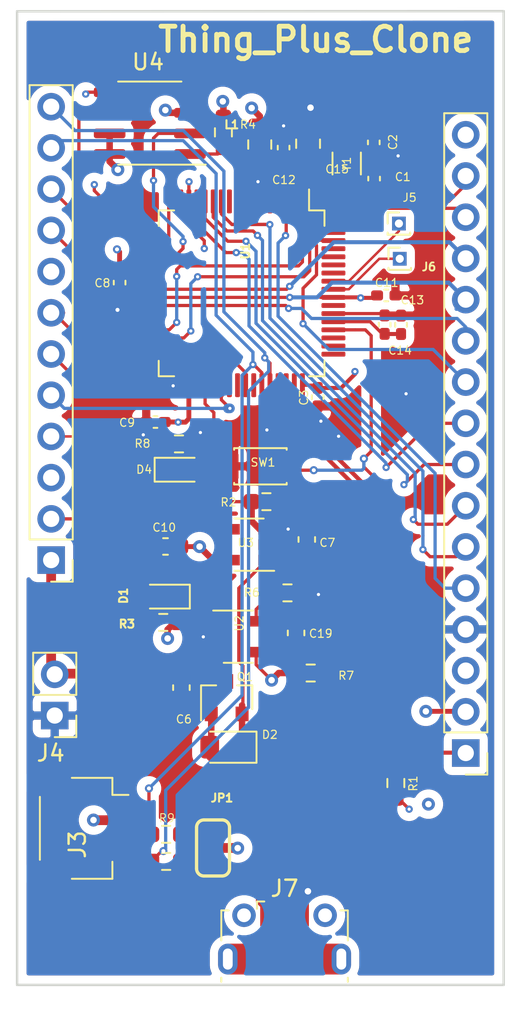
<source format=kicad_pcb>
(kicad_pcb (version 20171130) (host pcbnew 5.1.10-88a1d61d58~88~ubuntu20.04.1)
  (layers (0 F.Cu jumper) (1 In1.Cu jumper) (2 In2.Cu mixed) (31 B.Cu jumper) (34 B.Paste user) (35 F.Paste user) (36 B.SilkS user) (37 F.SilkS user) (38 B.Mask user) (39 F.Mask user) (44 Edge.Cuts user))
  (net 0 "")
  (net 1 /XIN32)
  (net 2 GND)
  (net 3 /XOUT32)
  (net 4 +3V3)
  (net 5 V_BATT)
  (net 6 VIN)
  (net 7 VDDA)
  (net 8 VCC)
  (net 9 V_USB)
  (net 10 "Net-(D1-Pad1)")
  (net 11 "Net-(D1-Pad2)")
  (net 12 D13)
  (net 13 "Net-(D4-Pad1)")
  (net 14 EN)
  (net 15 /D12)
  (net 16 /D11)
  (net 17 /D10)
  (net 18 /D9)
  (net 19 /D6)
  (net 20 /D5)
  (net 21 SCL)
  (net 22 SDA)
  (net 23 RESET)
  (net 24 "Net-(J2-Pad3)")
  (net 25 /A0)
  (net 26 /A1)
  (net 27 /A2)
  (net 28 /A3)
  (net 29 /A4)
  (net 30 /A5)
  (net 31 SCK)
  (net 32 MOSI)
  (net 33 MISO)
  (net 34 /D0)
  (net 35 /D1)
  (net 36 /D4)
  (net 37 SWDIO)
  (net 38 SWDCLK)
  (net 39 D-)
  (net 40 D+)
  (net 41 "Net-(J7-Pad4)")
  (net 42 "Net-(J7-Pad6)")
  (net 43 "Net-(JP1-Pad3)")
  (net 44 "Net-(JP1-Pad1)")
  (net 45 /FLASH_CS)
  (net 46 "Net-(R6-Pad1)")
  (net 47 "Net-(U1-Pad5)")
  (net 48 "Net-(U1-Pad6)")
  (net 49 "Net-(U1-Pad9)")
  (net 50 "Net-(U1-Pad10)")
  (net 51 /FLASH_MOSI)
  (net 52 /FLASH_SCK)
  (net 53 /FLASH_MISO)
  (net 54 "Net-(U1-Pad23)")
  (net 55 "Net-(U1-Pad27)")
  (net 56 "Net-(U1-Pad28)")
  (net 57 "Net-(U1-Pad31)")
  (net 58 "Net-(U1-Pad39)")
  (net 59 "Net-(U1-Pad40)")
  (net 60 /D7)
  (net 61 TXD)
  (net 62 RXD)
  (net 63 /TXLED)
  (net 64 "Net-(U1-Pad55)")
  (net 65 "Net-(U1-Pad59)")
  (net 66 "Net-(U1-Pad60)")
  (net 67 "Net-(U1-Pad61)")
  (net 68 "Net-(U1-Pad62)")
  (net 69 /RXLED)
  (net 70 "Net-(U3-Pad4)")
  (module Package_SO:SOIC-8_3.9x4.9mm_P1.27mm (layer F.Cu) (at 133.78 80.17 180)
    (fp_text reference U4 hide)
    (fp_text value "4Mb Flash" hide)
    (fp_text user %R (at 0.11 3.76) (layer F.SilkS) (effects (font (size 0.98 0.98))))
    (pad 8 smd roundrect (at 2.475 -1.905 180) (size 1.95 0.6) (layers F.Cu F.Paste F.Mask) (net 4 +3V3))
    (pad 7 smd roundrect (at 2.475 -0.635 180) (size 1.95 0.6) (layers F.Cu F.Paste F.Mask) (net 4 +3V3))
    (pad 6 smd roundrect (at 2.475 0.635 180) (size 1.95 0.6) (layers F.Cu F.Paste F.Mask) (net 52 /FLASH_SCK))
    (pad 5 smd roundrect (at 2.475 1.905 180) (size 1.95 0.6) (layers F.Cu F.Paste F.Mask) (net 51 /FLASH_MOSI))
    (pad 4 smd roundrect (at -2.475 1.905 180) (size 1.95 0.6) (layers F.Cu F.Paste F.Mask) (net 2 GND))
    (pad 3 smd roundrect (at -2.475 0.635 180) (size 1.95 0.6) (layers F.Cu F.Paste F.Mask) (net 4 +3V3))
    (pad 2 smd roundrect (at -2.475 -0.635 180) (size 1.95 0.6) (layers F.Cu F.Paste F.Mask) (net 53 /FLASH_MISO))
    (pad 1 smd roundrect (at -2.475 -1.905 180) (size 1.95 0.6) (layers F.Cu F.Paste F.Mask) (net 45 /FLASH_CS))
  )
  (module Connector_PinHeader_2.54mm:PinHeader_1x02_P2.54mm_Vertical (layer F.Cu) (at 127.92 116.68 180)
    (fp_text reference J4 (at 0.25 -2.32) (layer F.SilkS))
    (fp_text value Conn_01x02_Male hide)
    (pad 2 thru_hole oval (at 0 2.54 180) (size 1.7 1.7) (drill 1) (layers *.Cu *.Mask) (net 5 V_BATT))
    (pad 1 thru_hole rect (at 0 0 180) (size 1.7 1.7) (drill 1) (layers *.Cu *.Mask) (net 2 GND))
  )
  (module Connector_JST:JST_SH_SM04B-SRSS-TB_1x04-1MP_P1.00mm_Horizontal (layer F.Cu) (at 129.69 123.63 270)
    (fp_text reference J3 (at 1 0.37 270) (layer F.SilkS))
    (fp_text value Conn_01x04_Male hide)
    (pad MP smd roundrect (at 2.8 1.875 270) (size 1.2 1.8) (layers F.Cu F.Paste F.Mask) (roundrect_rratio 0.208333))
    (pad MP smd roundrect (at -2.8 1.875 270) (size 1.2 1.8) (layers F.Cu F.Paste F.Mask) (roundrect_rratio 0.208333))
    (pad 4 smd roundrect (at 1.5 -2 270) (size 0.6 1.55) (layers F.Cu F.Paste F.Mask) (net 21 SCL))
    (pad 3 smd roundrect (at 0.5 -2 270) (size 0.6 1.55) (layers F.Cu F.Paste F.Mask) (net 22 SDA))
    (pad 2 smd roundrect (at -0.5 -2 270) (size 0.6 1.55) (layers F.Cu F.Paste F.Mask) (net 4 +3V3))
    (pad 1 smd roundrect (at -1.5 -2 270) (size 0.6 1.55) (layers F.Cu F.Paste F.Mask) (net 2 GND))
  )
  (module SAMD51_Thing_Plus-master:SMT-JUMPER_3_2-NC_TRACE_SILK (layer F.Cu) (at 137.68 124.84 90)
    (fp_text reference JP1 (at 3.08 0.55 180) (layer F.SilkS) (effects (font (size 0.5 0.5))))
    (fp_text value SolderJumper_3_Open hide)
    (fp_poly (pts (xy 0.3048 0.127) (xy 0.7112 0.127) (xy 0.7112 -0.127) (xy 0.3048 -0.127)) (layer F.Cu) (width 0))
    (fp_poly (pts (xy -0.7112 0.127) (xy -0.3048 0.127) (xy -0.3048 -0.127) (xy -0.7112 -0.127)) (layer F.Cu) (width 0))
    (pad 1 smd rect (at -1.016 0 90) (size 0.635 1.27) (layers F.Cu F.Mask) (net 44 "Net-(JP1-Pad1)"))
    (pad 2 smd rect (at 0 0 90) (size 0.635 1.27) (layers F.Cu F.Mask) (net 4 +3V3))
    (pad 3 smd rect (at 1.016 0 90) (size 0.635 1.27) (layers F.Cu F.Mask) (net 43 "Net-(JP1-Pad3)"))
  )
  (module Connector_PinHeader_2.54mm:PinHeader_1x16_P2.54mm_Vertical (layer F.Cu) (at 153.26 118.99 180)
    (fp_text reference J2 hide)
    (fp_text value Conn_01x16_Male hide)
    (pad 16 thru_hole oval (at 0 38.1 180) (size 1.7 1.7) (drill 1) (layers *.Cu *.Mask) (net 36 /D4))
    (pad 15 thru_hole oval (at 0 35.56 180) (size 1.7 1.7) (drill 1) (layers *.Cu *.Mask) (net 35 /D1))
    (pad 14 thru_hole oval (at 0 33.02 180) (size 1.7 1.7) (drill 1) (layers *.Cu *.Mask) (net 34 /D0))
    (pad 13 thru_hole oval (at 0 30.48 180) (size 1.7 1.7) (drill 1) (layers *.Cu *.Mask) (net 33 MISO))
    (pad 12 thru_hole oval (at 0 27.94 180) (size 1.7 1.7) (drill 1) (layers *.Cu *.Mask) (net 32 MOSI))
    (pad 11 thru_hole oval (at 0 25.4 180) (size 1.7 1.7) (drill 1) (layers *.Cu *.Mask) (net 31 SCK))
    (pad 10 thru_hole oval (at 0 22.86 180) (size 1.7 1.7) (drill 1) (layers *.Cu *.Mask) (net 30 /A5))
    (pad 9 thru_hole oval (at 0 20.32 180) (size 1.7 1.7) (drill 1) (layers *.Cu *.Mask) (net 29 /A4))
    (pad 8 thru_hole oval (at 0 17.78 180) (size 1.7 1.7) (drill 1) (layers *.Cu *.Mask) (net 28 /A3))
    (pad 7 thru_hole oval (at 0 15.24 180) (size 1.7 1.7) (drill 1) (layers *.Cu *.Mask) (net 27 /A2))
    (pad 6 thru_hole oval (at 0 12.7 180) (size 1.7 1.7) (drill 1) (layers *.Cu *.Mask) (net 26 /A1))
    (pad 5 thru_hole oval (at 0 10.16 180) (size 1.7 1.7) (drill 1) (layers *.Cu *.Mask) (net 25 /A0))
    (pad 4 thru_hole oval (at 0 7.62 180) (size 1.7 1.7) (drill 1) (layers *.Cu *.Mask) (net 2 GND))
    (pad 3 thru_hole oval (at 0 5.08 180) (size 1.7 1.7) (drill 1) (layers *.Cu *.Mask) (net 24 "Net-(J2-Pad3)"))
    (pad 2 thru_hole oval (at 0 2.54 180) (size 1.7 1.7) (drill 1) (layers *.Cu *.Mask) (net 4 +3V3))
    (pad 1 thru_hole rect (at 0 0 180) (size 1.7 1.7) (drill 1) (layers *.Cu *.Mask) (net 23 RESET))
  )
  (module Connector_PinHeader_2.54mm:PinHeader_1x12_P2.54mm_Vertical (layer F.Cu) (at 127.7 107.1 180)
    (fp_text reference J1 hide)
    (fp_text value Conn_01x12_Male hide)
    (pad 12 thru_hole oval (at 0 27.94 180) (size 1.7 1.7) (drill 1) (layers *.Cu *.Mask) (net 21 SCL))
    (pad 11 thru_hole oval (at 0 25.4 180) (size 1.7 1.7) (drill 1) (layers *.Cu *.Mask) (net 22 SDA))
    (pad 10 thru_hole oval (at 0 22.86 180) (size 1.7 1.7) (drill 1) (layers *.Cu *.Mask) (net 20 /D5))
    (pad 9 thru_hole oval (at 0 20.32 180) (size 1.7 1.7) (drill 1) (layers *.Cu *.Mask) (net 19 /D6))
    (pad 8 thru_hole oval (at 0 17.78 180) (size 1.7 1.7) (drill 1) (layers *.Cu *.Mask) (net 18 /D9))
    (pad 7 thru_hole oval (at 0 15.24 180) (size 1.7 1.7) (drill 1) (layers *.Cu *.Mask) (net 17 /D10))
    (pad 6 thru_hole oval (at 0 12.7 180) (size 1.7 1.7) (drill 1) (layers *.Cu *.Mask) (net 16 /D11))
    (pad 5 thru_hole oval (at 0 10.16 180) (size 1.7 1.7) (drill 1) (layers *.Cu *.Mask) (net 15 /D12))
    (pad 4 thru_hole oval (at 0 7.62 180) (size 1.7 1.7) (drill 1) (layers *.Cu *.Mask) (net 12 D13))
    (pad 3 thru_hole oval (at 0 5.08 180) (size 1.7 1.7) (drill 1) (layers *.Cu *.Mask) (net 9 V_USB))
    (pad 2 thru_hole oval (at 0 2.54 180) (size 1.7 1.7) (drill 1) (layers *.Cu *.Mask) (net 14 EN))
    (pad 1 thru_hole rect (at 0 0 180) (size 1.7 1.7) (drill 1) (layers *.Cu *.Mask) (net 5 V_BATT))
  )
  (module Capacitor_SMD:C_0402_1005Metric_Pad0.74x0.62mm_HandSolder (layer F.Cu) (at 147.61 83.59 90)
    (fp_text reference C1 (at 0.1 1.77 180) (layer F.SilkS) (effects (font (size 0.5 0.5) (thickness 0.075))))
    (fp_text value 15pf hide)
    (pad 1 smd roundrect (at -0.5675 0 90) (size 0.735 0.62) (layers F.Cu F.Paste F.Mask) (net 1 /XIN32))
    (pad 2 smd roundrect (at 0.5675 0 90) (size 0.735 0.62) (layers F.Cu F.Paste F.Mask) (net 2 GND))
  )
  (module Capacitor_SMD:C_0402_1005Metric_Pad0.74x0.62mm_HandSolder (layer F.Cu) (at 147.59 81.36 90)
    (fp_text reference C2 (at 0.02 1.18 90) (layer F.SilkS) (effects (font (size 0.5 0.5) (thickness 0.075))))
    (fp_text value 15pf hide)
    (pad 2 smd roundrect (at 0.5675 0 90) (size 0.735 0.62) (layers F.Cu F.Paste F.Mask) (net 2 GND))
    (pad 1 smd roundrect (at -0.5675 0 90) (size 0.735 0.62) (layers F.Cu F.Paste F.Mask) (net 3 /XOUT32))
  )
  (module Capacitor_SMD:C_0402_1005Metric_Pad0.74x0.62mm_HandSolder (layer F.Cu) (at 144.13 97.06 270)
    (fp_text reference C3 (at 0.03 0.85 90) (layer F.SilkS) (effects (font (size 0.5 0.5) (thickness 0.075))))
    (fp_text value 0.1uF hide)
    (pad 1 smd roundrect (at -0.5675 0 270) (size 0.735 0.62) (layers F.Cu F.Paste F.Mask) (net 4 +3V3))
    (pad 2 smd roundrect (at 0.5675 0 270) (size 0.735 0.62) (layers F.Cu F.Paste F.Mask) (net 2 GND))
  )
  (module Capacitor_SMD:C_0603_1608Metric_Pad1.08x0.95mm_HandSolder (layer F.Cu) (at 135.73 114.96 270)
    (fp_text reference C6 (at 1.95 -0.15) (layer F.SilkS) (effects (font (size 0.5 0.5) (thickness 0.075))))
    (fp_text value 4.7uF hide)
    (pad 1 smd roundrect (at -0.8625 0 270) (size 1.075 0.95) (layers F.Cu F.Paste F.Mask) (net 5 V_BATT))
    (pad 2 smd roundrect (at 0.8625 0 270) (size 1.075 0.95) (layers F.Cu F.Paste F.Mask) (net 2 GND))
  )
  (module Capacitor_SMD:C_0603_1608Metric_Pad1.08x0.95mm_HandSolder (layer F.Cu) (at 143.46 105.83 90)
    (fp_text reference C7 (at -0.2 1.27 180) (layer F.SilkS) (effects (font (size 0.5 0.5) (thickness 0.075))))
    (fp_text value 1.0uF hide)
    (pad 2 smd roundrect (at 0.8625 0 90) (size 1.075 0.95) (layers F.Cu F.Paste F.Mask) (net 2 GND))
    (pad 1 smd roundrect (at -0.8625 0 90) (size 1.075 0.95) (layers F.Cu F.Paste F.Mask) (net 6 VIN))
  )
  (module Capacitor_SMD:C_0402_1005Metric_Pad0.74x0.62mm_HandSolder (layer F.Cu) (at 131.92 90 270)
    (fp_text reference C8 (at 0.03 1.06 180) (layer F.SilkS) (effects (font (size 0.5 0.5) (thickness 0.075))))
    (fp_text value 0.1uF hide)
    (pad 1 smd roundrect (at -0.5675 0 270) (size 0.735 0.62) (layers F.Cu F.Paste F.Mask) (net 4 +3V3))
    (pad 2 smd roundrect (at 0.5675 0 270) (size 0.735 0.62) (layers F.Cu F.Paste F.Mask) (net 2 GND))
  )
  (module Capacitor_SMD:C_0402_1005Metric_Pad0.74x0.62mm_HandSolder (layer F.Cu) (at 134.13 98.59 180)
    (fp_text reference C9 (at 1.75 -0.04) (layer F.SilkS) (effects (font (size 0.5 0.5) (thickness 0.075))))
    (fp_text value 0.1uF hide)
    (pad 2 smd roundrect (at 0.5675 0 180) (size 0.735 0.62) (layers F.Cu F.Paste F.Mask) (net 2 GND))
    (pad 1 smd roundrect (at -0.5675 0 180) (size 0.735 0.62) (layers F.Cu F.Paste F.Mask) (net 4 +3V3))
  )
  (module Capacitor_SMD:C_0603_1608Metric_Pad1.08x0.95mm_HandSolder (layer F.Cu) (at 134.75 106.26 180)
    (fp_text reference C10 (at 0.08 1.17) (layer F.SilkS) (effects (font (size 0.5 0.5) (thickness 0.075))))
    (fp_text value 2.2uF hide)
    (pad 1 smd roundrect (at -0.8625 0 180) (size 1.075 0.95) (layers F.Cu F.Paste F.Mask) (net 4 +3V3))
    (pad 2 smd roundrect (at 0.8625 0 180) (size 1.075 0.95) (layers F.Cu F.Paste F.Mask) (net 2 GND))
  )
  (module Capacitor_SMD:C_0402_1005Metric_Pad0.74x0.62mm_HandSolder (layer F.Cu) (at 148.36 90.79)
    (fp_text reference C11 (at 0.03 -0.78 -180) (layer F.SilkS) (effects (font (size 0.5 0.5) (thickness 0.075))))
    (fp_text value 0.1uF hide)
    (pad 2 smd roundrect (at 0.5675 0) (size 0.735 0.62) (layers F.Cu F.Paste F.Mask) (net 2 GND))
    (pad 1 smd roundrect (at -0.5675 0) (size 0.735 0.62) (layers F.Cu F.Paste F.Mask) (net 4 +3V3))
  )
  (module Capacitor_SMD:C_0402_1005Metric_Pad0.74x0.62mm_HandSolder (layer F.Cu) (at 142.03 81.68 90)
    (fp_text reference C12 (at -1.99 0.02 180) (layer F.SilkS) (effects (font (size 0.5 0.5) (thickness 0.075))))
    (fp_text value 0.1uF hide)
    (pad 1 smd roundrect (at -0.5675 0 90) (size 0.735 0.62) (layers F.Cu F.Paste F.Mask) (net 7 VDDA))
    (pad 2 smd roundrect (at 0.5675 0 90) (size 0.735 0.62) (layers F.Cu F.Paste F.Mask) (net 2 GND))
  )
  (module Capacitor_SMD:C_0402_1005Metric_Pad0.74x0.62mm_HandSolder (layer F.Cu) (at 149.27 92.6 90)
    (fp_text reference C13 (at 1.52 0.7 180) (layer F.SilkS) (effects (font (size 0.5 0.5) (thickness 0.075))))
    (fp_text value 0.1uF hide)
    (pad 2 smd roundrect (at 0.5675 0 90) (size 0.735 0.62) (layers F.Cu F.Paste F.Mask) (net 2 GND))
    (pad 1 smd roundrect (at -0.5675 0 90) (size 0.735 0.62) (layers F.Cu F.Paste F.Mask) (net 8 VCC))
  )
  (module Capacitor_SMD:C_0402_1005Metric_Pad0.74x0.62mm_HandSolder (layer F.Cu) (at 148.26 92.59 90)
    (fp_text reference C14 (at -1.59 0.95 180) (layer F.SilkS) (effects (font (size 0.5 0.5) (thickness 0.075))))
    (fp_text value 0.1uF hide)
    (pad 1 smd roundrect (at -0.5675 0 90) (size 0.735 0.62) (layers F.Cu F.Paste F.Mask) (net 8 VCC))
    (pad 2 smd roundrect (at 0.5675 0 90) (size 0.735 0.62) (layers F.Cu F.Paste F.Mask) (net 2 GND))
  )
  (module Capacitor_SMD:C_0805_2012Metric_Pad1.18x1.45mm_HandSolder (layer F.Cu) (at 143.54 81.44 90)
    (fp_text reference C15 (at -1.57 1.79 180) (layer F.SilkS) (effects (font (size 0.5 0.5) (thickness 0.075))))
    (fp_text value 10uF hide)
    (pad 1 smd roundrect (at -1.0375 0 90) (size 1.175 1.45) (layers F.Cu F.Paste F.Mask) (roundrect_rratio 0.212766) (net 7 VDDA))
    (pad 2 smd roundrect (at 1.0375 0 90) (size 1.175 1.45) (layers F.Cu F.Paste F.Mask) (roundrect_rratio 0.212766) (net 2 GND))
  )
  (module Capacitor_SMD:C_0603_1608Metric_Pad1.08x0.95mm_HandSolder (layer F.Cu) (at 142.8 111.59 90)
    (fp_text reference C19 (at -0.04 1.52 180) (layer F.SilkS) (effects (font (size 0.5 0.5) (thickness 0.075))))
    (fp_text value 4.7uF hide)
    (pad 2 smd roundrect (at 0.8625 0 90) (size 1.075 0.95) (layers F.Cu F.Paste F.Mask) (net 2 GND))
    (pad 1 smd roundrect (at -0.8625 0 90) (size 1.075 0.95) (layers F.Cu F.Paste F.Mask) (net 9 V_USB))
  )
  (module LED_SMD:LED_0603_1608Metric_Pad1.05x0.95mm_HandSolder (layer F.Cu) (at 134.59 109.35 180)
    (fp_text reference D1 (at 2.43 0.05 270) (layer F.SilkS) (effects (font (size 0.5 0.5))))
    (fp_text value Red hide)
    (pad 1 smd roundrect (at -0.875 0 180) (size 1.05 0.95) (layers F.Cu F.Paste F.Mask) (net 10 "Net-(D1-Pad1)"))
    (pad 2 smd roundrect (at 0.875 0 180) (size 1.05 0.95) (layers F.Cu F.Paste F.Mask) (net 11 "Net-(D1-Pad2)"))
  )
  (module Diode_SMD:D_0805_2012Metric_Pad1.15x1.40mm_HandSolder (layer F.Cu) (at 138.5 118.63 180)
    (fp_text reference D2 (at -2.68 0.77) (layer F.SilkS) (effects (font (size 0.5 0.5) (thickness 0.075))))
    (fp_text value 23V hide)
    (pad 1 smd roundrect (at -1.025 0 180) (size 1.15 1.4) (layers F.Cu F.Paste F.Mask) (roundrect_rratio 0.217391) (net 6 VIN))
    (pad 2 smd roundrect (at 1.025 0 180) (size 1.15 1.4) (layers F.Cu F.Paste F.Mask) (roundrect_rratio 0.217391) (net 9 V_USB))
  )
  (module LED_SMD:LED_0603_1608Metric_Pad1.05x0.95mm_HandSolder (layer F.Cu) (at 135.74 101.53)
    (fp_text reference D4 (at -2.31 -0.01) (layer F.SilkS) (effects (font (size 0.5 0.5) (thickness 0.075))))
    (fp_text value GREEN hide)
    (pad 2 smd roundrect (at 0.875 0) (size 1.05 0.95) (layers F.Cu F.Paste F.Mask) (net 12 D13))
    (pad 1 smd roundrect (at -0.875 0) (size 1.05 0.95) (layers F.Cu F.Paste F.Mask) (net 13 "Net-(D4-Pad1)"))
  )
  (module Inductor_SMD:L_0805_2012Metric_Pad1.15x1.40mm_HandSolder (layer F.Cu) (at 140.56 81.49 270)
    (fp_text reference L1 (at -1.22 1.73 180) (layer F.SilkS) (effects (font (size 0.5 0.5))))
    (fp_text value 300ohm hide)
    (pad 1 smd roundrect (at -1.025 0 270) (size 1.15 1.4) (layers F.Cu F.Paste F.Mask) (roundrect_rratio 0.217391) (net 4 +3V3))
    (pad 2 smd roundrect (at 1.025 0 270) (size 1.15 1.4) (layers F.Cu F.Paste F.Mask) (roundrect_rratio 0.217391) (net 7 VDDA))
  )
  (module Package_TO_SOT_SMD:SOT-23 (layer F.Cu) (at 138.52 115.58 90)
    (fp_text reference Q1 (at 1.28 1.12) (layer F.SilkS) (effects (font (size 0.5 0.5) (thickness 0.075))))
    (fp_text value 30V hide)
    (pad 1 smd rect (at -1 -0.95 90) (size 0.9 0.8) (layers F.Cu F.Paste F.Mask) (net 9 V_USB))
    (pad 2 smd rect (at -1 0.95 90) (size 0.9 0.8) (layers F.Cu F.Paste F.Mask) (net 6 VIN))
    (pad 3 smd rect (at 1 0 90) (size 0.9 0.8) (layers F.Cu F.Paste F.Mask) (net 5 V_BATT))
  )
  (module Resistor_SMD:R_0603_1608Metric_Pad0.98x0.95mm_HandSolder (layer F.Cu) (at 148.95 120.84 90)
    (fp_text reference R1 (at -0.03 1.07 90) (layer F.SilkS) (effects (font (size 0.5 0.5) (thickness 0.075))))
    (fp_text value 10K hide)
    (pad 2 smd roundrect (at 0.9125 0 90) (size 0.975 0.95) (layers F.Cu F.Paste F.Mask) (net 23 RESET))
    (pad 1 smd roundrect (at -0.9125 0 90) (size 0.975 0.95) (layers F.Cu F.Paste F.Mask) (net 4 +3V3))
  )
  (module Resistor_SMD:R_0603_1608Metric_Pad0.98x0.95mm_HandSolder (layer F.Cu) (at 140.97 103.5)
    (fp_text reference R2 (at -2.34 0.04) (layer F.SilkS) (effects (font (size 0.5 0.5) (thickness 0.075))))
    (fp_text value 10k hide)
    (pad 1 smd roundrect (at -0.9125 0) (size 0.975 0.95) (layers F.Cu F.Paste F.Mask) (net 14 EN))
    (pad 2 smd roundrect (at 0.9125 0) (size 0.975 0.95) (layers F.Cu F.Paste F.Mask) (net 6 VIN))
  )
  (module Resistor_SMD:R_0603_1608Metric_Pad0.98x0.95mm_HandSolder (layer F.Cu) (at 134.61 110.94)
    (fp_text reference R3 (at -2.24 0.1) (layer F.SilkS) (effects (font (size 0.5 0.5))))
    (fp_text value 1K hide)
    (pad 1 smd roundrect (at -0.9125 0) (size 0.975 0.95) (layers F.Cu F.Paste F.Mask) (net 11 "Net-(D1-Pad2)"))
    (pad 2 smd roundrect (at 0.9125 0) (size 0.975 0.95) (layers F.Cu F.Paste F.Mask) (net 9 V_USB))
  )
  (module Resistor_SMD:R_0603_1608Metric_Pad0.98x0.95mm_HandSolder (layer F.Cu) (at 138.32 80.74 90)
    (fp_text reference R4 (at 0.48 1.51 180) (layer F.SilkS) (effects (font (size 0.5 0.5) (thickness 0.075))))
    (fp_text value 10K hide)
    (pad 2 smd roundrect (at 0.9125 0 90) (size 0.975 0.95) (layers F.Cu F.Paste F.Mask) (net 4 +3V3))
    (pad 1 smd roundrect (at -0.9125 0 90) (size 0.975 0.95) (layers F.Cu F.Paste F.Mask) (net 45 /FLASH_CS))
  )
  (module Resistor_SMD:R_0603_1608Metric_Pad0.98x0.95mm_HandSolder (layer F.Cu) (at 142.27 109.12)
    (fp_text reference R6 (at -2.2 -0.02) (layer F.SilkS) (effects (font (size 0.5 0.5) (thickness 0.075))))
    (fp_text value 2K hide)
    (pad 1 smd roundrect (at -0.9125 0) (size 0.975 0.95) (layers F.Cu F.Paste F.Mask) (net 46 "Net-(R6-Pad1)"))
    (pad 2 smd roundrect (at 0.9125 0) (size 0.975 0.95) (layers F.Cu F.Paste F.Mask) (net 2 GND))
  )
  (module Resistor_SMD:R_0603_1608Metric_Pad0.98x0.95mm_HandSolder (layer F.Cu) (at 143.7 114.06)
    (fp_text reference R7 (at 2.19 0.16) (layer F.SilkS) (effects (font (size 0.5 0.5) (thickness 0.075))))
    (fp_text value 10k hide)
    (pad 1 smd roundrect (at -0.9125 0) (size 0.975 0.95) (layers F.Cu F.Paste F.Mask) (net 9 V_USB))
    (pad 2 smd roundrect (at 0.9125 0) (size 0.975 0.95) (layers F.Cu F.Paste F.Mask) (net 2 GND))
  )
  (module Resistor_SMD:R_0603_1608Metric_Pad0.98x0.95mm_HandSolder (layer F.Cu) (at 135.58 99.94)
    (fp_text reference R8 (at -2.25 -0.02) (layer F.SilkS) (effects (font (size 0.5 0.5) (thickness 0.075))))
    (fp_text value 330ohms hide)
    (pad 1 smd roundrect (at -0.9125 0) (size 0.975 0.95) (layers F.Cu F.Paste F.Mask) (net 13 "Net-(D4-Pad1)"))
    (pad 2 smd roundrect (at 0.9125 0) (size 0.975 0.95) (layers F.Cu F.Paste F.Mask) (net 2 GND))
  )
  (module Resistor_SMD:R_0603_1608Metric_Pad0.98x0.95mm_HandSolder (layer F.Cu) (at 134.79 124)
    (fp_text reference R9 (at 0.04 -1) (layer F.SilkS) (effects (font (size 0.5 0.5) (thickness 0.06))))
    (fp_text value 2.2k hide)
    (pad 2 smd roundrect (at 0.9125 0) (size 0.975 0.95) (layers F.Cu F.Paste F.Mask) (net 43 "Net-(JP1-Pad3)"))
    (pad 1 smd roundrect (at -0.9125 0) (size 0.975 0.95) (layers F.Cu F.Paste F.Mask) (net 22 SDA))
  )
  (module Button_Switch_SMD:SW_SPST_CK_KXT3 (layer F.Cu) (at 140.6 101.32)
    (fp_text reference SW1 (at 0.16 -0.24) (layer F.SilkS) (effects (font (size 0.5 0.5) (thickness 0.075))))
    (fp_text value SW_Push hide)
    (pad 1 smd rect (at -1.625 0) (size 0.55 1.5) (layers F.Cu F.Paste F.Mask) (net 2 GND))
    (pad 2 smd rect (at 1.625 0) (size 0.55 1.5) (layers F.Cu F.Paste F.Mask) (net 23 RESET))
  )
  (module Package_QFP:TQFP-64_10x10mm_P0.5mm (layer F.Cu) (at 139.44 90.66 270)
    (fp_text reference U1 (at -2.6 -0.24 90) (layer F.SilkS) (effects (font (size 0.5 0.5))))
    (fp_text value ATSAMD51J20A-A hide)
    (pad 1 smd roundrect (at -5.6625 -3.75 270) (size 1.475 0.3) (layers F.Cu F.Paste F.Mask) (net 1 /XIN32))
    (pad 2 smd roundrect (at -5.6625 -3.25 270) (size 1.475 0.3) (layers F.Cu F.Paste F.Mask) (net 3 /XOUT32))
    (pad 3 smd roundrect (at -5.6625 -2.75 270) (size 1.475 0.3) (layers F.Cu F.Paste F.Mask) (net 25 /A0))
    (pad 4 smd roundrect (at -5.6625 -2.25 270) (size 1.475 0.3) (layers F.Cu F.Paste F.Mask) (net 7 VDDA))
    (pad 5 smd roundrect (at -5.6625 -1.75 270) (size 1.475 0.3) (layers F.Cu F.Paste F.Mask) (net 47 "Net-(U1-Pad5)"))
    (pad 6 smd roundrect (at -5.6625 -1.25 270) (size 1.475 0.3) (layers F.Cu F.Paste F.Mask) (net 48 "Net-(U1-Pad6)"))
    (pad 7 smd roundrect (at -5.6625 -0.75 270) (size 1.475 0.3) (layers F.Cu F.Paste F.Mask) (net 2 GND))
    (pad 8 smd roundrect (at -5.6625 -0.25 270) (size 1.475 0.3) (layers F.Cu F.Paste F.Mask) (net 7 VDDA))
    (pad 9 smd roundrect (at -5.6625 0.25 270) (size 1.475 0.3) (layers F.Cu F.Paste F.Mask) (net 49 "Net-(U1-Pad9)"))
    (pad 10 smd roundrect (at -5.6625 0.75 270) (size 1.475 0.3) (layers F.Cu F.Paste F.Mask) (net 50 "Net-(U1-Pad10)"))
    (pad 11 smd roundrect (at -5.6625 1.25 270) (size 1.475 0.3) (layers F.Cu F.Paste F.Mask) (net 26 /A1))
    (pad 12 smd roundrect (at -5.6625 1.75 270) (size 1.475 0.3) (layers F.Cu F.Paste F.Mask) (net 27 /A2))
    (pad 13 smd roundrect (at -5.6625 2.25 270) (size 1.475 0.3) (layers F.Cu F.Paste F.Mask) (net 28 /A3))
    (pad 14 smd roundrect (at -5.6625 2.75 270) (size 1.475 0.3) (layers F.Cu F.Paste F.Mask) (net 29 /A4))
    (pad 15 smd roundrect (at -5.6625 3.25 270) (size 1.475 0.3) (layers F.Cu F.Paste F.Mask) (net 36 /D4))
    (pad 16 smd roundrect (at -5.6625 3.75 270) (size 1.475 0.3) (layers F.Cu F.Paste F.Mask) (net 18 /D9))
    (pad 17 smd roundrect (at -3.75 5.6625 270) (size 0.3 1.475) (layers F.Cu F.Paste F.Mask) (net 51 /FLASH_MOSI))
    (pad 18 smd roundrect (at -3.25 5.6625 270) (size 0.3 1.475) (layers F.Cu F.Paste F.Mask) (net 52 /FLASH_SCK))
    (pad 19 smd roundrect (at -2.75 5.6625 270) (size 0.3 1.475) (layers F.Cu F.Paste F.Mask) (net 45 /FLASH_CS))
    (pad 20 smd roundrect (at -2.25 5.6625 270) (size 0.3 1.475) (layers F.Cu F.Paste F.Mask) (net 53 /FLASH_MISO))
    (pad 21 smd roundrect (at -1.75 5.6625 270) (size 0.3 1.475) (layers F.Cu F.Paste F.Mask) (net 4 +3V3))
    (pad 22 smd roundrect (at -1.25 5.6625 270) (size 0.3 1.475) (layers F.Cu F.Paste F.Mask) (net 2 GND))
    (pad 23 smd roundrect (at -0.75 5.6625 270) (size 0.3 1.475) (layers F.Cu F.Paste F.Mask) (net 54 "Net-(U1-Pad23)"))
    (pad 24 smd roundrect (at -0.25 5.6625 270) (size 0.3 1.475) (layers F.Cu F.Paste F.Mask) (net 33 MISO))
    (pad 25 smd roundrect (at 0.25 5.6625 270) (size 0.3 1.475) (layers F.Cu F.Paste F.Mask) (net 32 MOSI))
    (pad 26 smd roundrect (at 0.75 5.6625 270) (size 0.3 1.475) (layers F.Cu F.Paste F.Mask) (net 31 SCK))
    (pad 27 smd roundrect (at 1.25 5.6625 270) (size 0.3 1.475) (layers F.Cu F.Paste F.Mask) (net 55 "Net-(U1-Pad27)"))
    (pad 28 smd roundrect (at 1.75 5.6625 270) (size 0.3 1.475) (layers F.Cu F.Paste F.Mask) (net 56 "Net-(U1-Pad28)"))
    (pad 29 smd roundrect (at 2.25 5.6625 270) (size 0.3 1.475) (layers F.Cu F.Paste F.Mask) (net 35 /D1))
    (pad 30 smd roundrect (at 2.75 5.6625 270) (size 0.3 1.475) (layers F.Cu F.Paste F.Mask) (net 34 /D0))
    (pad 31 smd roundrect (at 3.25 5.6625 270) (size 0.3 1.475) (layers F.Cu F.Paste F.Mask) (net 57 "Net-(U1-Pad31)"))
    (pad 32 smd roundrect (at 3.75 5.6625 270) (size 0.3 1.475) (layers F.Cu F.Paste F.Mask) (net 20 /D5))
    (pad 33 smd roundrect (at 5.6625 3.75 270) (size 1.475 0.3) (layers F.Cu F.Paste F.Mask) (net 2 GND))
    (pad 34 smd roundrect (at 5.6625 3.25 270) (size 1.475 0.3) (layers F.Cu F.Paste F.Mask) (net 4 +3V3))
    (pad 35 smd roundrect (at 5.6625 2.75 270) (size 1.475 0.3) (layers F.Cu F.Paste F.Mask) (net 16 /D11))
    (pad 36 smd roundrect (at 5.6625 2.25 270) (size 1.475 0.3) (layers F.Cu F.Paste F.Mask) (net 12 D13))
    (pad 37 smd roundrect (at 5.6625 1.75 270) (size 1.475 0.3) (layers F.Cu F.Paste F.Mask) (net 17 /D10))
    (pad 38 smd roundrect (at 5.6625 1.25 270) (size 1.475 0.3) (layers F.Cu F.Paste F.Mask) (net 15 /D12))
    (pad 39 smd roundrect (at 5.6625 0.75 270) (size 1.475 0.3) (layers F.Cu F.Paste F.Mask) (net 58 "Net-(U1-Pad39)"))
    (pad 40 smd roundrect (at 5.6625 0.25 270) (size 1.475 0.3) (layers F.Cu F.Paste F.Mask) (net 59 "Net-(U1-Pad40)"))
    (pad 41 smd roundrect (at 5.6625 -0.25 270) (size 1.475 0.3) (layers F.Cu F.Paste F.Mask) (net 19 /D6))
    (pad 42 smd roundrect (at 5.6625 -0.75 270) (size 1.475 0.3) (layers F.Cu F.Paste F.Mask) (net 60 /D7))
    (pad 43 smd roundrect (at 5.6625 -1.25 270) (size 1.475 0.3) (layers F.Cu F.Paste F.Mask) (net 22 SDA))
    (pad 44 smd roundrect (at 5.6625 -1.75 270) (size 1.475 0.3) (layers F.Cu F.Paste F.Mask) (net 21 SCL))
    (pad 45 smd roundrect (at 5.6625 -2.25 270) (size 1.475 0.3) (layers F.Cu F.Paste F.Mask) (net 39 D-))
    (pad 46 smd roundrect (at 5.6625 -2.75 270) (size 1.475 0.3) (layers F.Cu F.Paste F.Mask) (net 40 D+))
    (pad 47 smd roundrect (at 5.6625 -3.25 270) (size 1.475 0.3) (layers F.Cu F.Paste F.Mask) (net 2 GND))
    (pad 48 smd roundrect (at 5.6625 -3.75 270) (size 1.475 0.3) (layers F.Cu F.Paste F.Mask) (net 4 +3V3))
    (pad 49 smd roundrect (at 3.75 -5.6625 270) (size 0.3 1.475) (layers F.Cu F.Paste F.Mask) (net 61 TXD))
    (pad 50 smd roundrect (at 3.25 -5.6625 270) (size 0.3 1.475) (layers F.Cu F.Paste F.Mask) (net 62 RXD))
    (pad 51 smd roundrect (at 2.75 -5.6625 270) (size 0.3 1.475) (layers F.Cu F.Paste F.Mask) (net 63 /TXLED))
    (pad 52 smd roundrect (at 2.25 -5.6625 270) (size 0.3 1.475) (layers F.Cu F.Paste F.Mask) (net 23 RESET))
    (pad 53 smd roundrect (at 1.75 -5.6625 270) (size 0.3 1.475) (layers F.Cu F.Paste F.Mask) (net 8 VCC))
    (pad 54 smd roundrect (at 1.25 -5.6625 270) (size 0.3 1.475) (layers F.Cu F.Paste F.Mask) (net 2 GND))
    (pad 55 smd roundrect (at 0.75 -5.6625 270) (size 0.3 1.475) (layers F.Cu F.Paste F.Mask) (net 64 "Net-(U1-Pad55)"))
    (pad 56 smd roundrect (at 0.25 -5.6625 270) (size 0.3 1.475) (layers F.Cu F.Paste F.Mask) (net 4 +3V3))
    (pad 57 smd roundrect (at -0.25 -5.6625 270) (size 0.3 1.475) (layers F.Cu F.Paste F.Mask) (net 38 SWDCLK))
    (pad 58 smd roundrect (at -0.75 -5.6625 270) (size 0.3 1.475) (layers F.Cu F.Paste F.Mask) (net 37 SWDIO))
    (pad 59 smd roundrect (at -1.25 -5.6625 270) (size 0.3 1.475) (layers F.Cu F.Paste F.Mask) (net 65 "Net-(U1-Pad59)"))
    (pad 60 smd roundrect (at -1.75 -5.6625 270) (size 0.3 1.475) (layers F.Cu F.Paste F.Mask) (net 66 "Net-(U1-Pad60)"))
    (pad 61 smd roundrect (at -2.25 -5.6625 270) (size 0.3 1.475) (layers F.Cu F.Paste F.Mask) (net 67 "Net-(U1-Pad61)"))
    (pad 62 smd roundrect (at -2.75 -5.6625 270) (size 0.3 1.475) (layers F.Cu F.Paste F.Mask) (net 68 "Net-(U1-Pad62)"))
    (pad 63 smd roundrect (at -3.25 -5.6625 270) (size 0.3 1.475) (layers F.Cu F.Paste F.Mask) (net 30 /A5))
    (pad 64 smd roundrect (at -3.75 -5.6625 270) (size 0.3 1.475) (layers F.Cu F.Paste F.Mask) (net 69 /RXLED))
  )
  (module Package_TO_SOT_SMD:SOT-23-5 (layer F.Cu) (at 139.24 111.82)
    (fp_text reference U2 (at 0.06 -0.82 90) (layer F.SilkS) (effects (font (size 0.5 0.5) (thickness 0.075))))
    (fp_text value MCP73831-2-OT hide)
    (pad 5 smd rect (at 1.1 -0.95) (size 1.06 0.65) (layers F.Cu F.Paste F.Mask) (net 46 "Net-(R6-Pad1)"))
    (pad 4 smd rect (at 1.1 0.95) (size 1.06 0.65) (layers F.Cu F.Paste F.Mask) (net 9 V_USB))
    (pad 3 smd rect (at -1.1 0.95) (size 1.06 0.65) (layers F.Cu F.Paste F.Mask) (net 5 V_BATT))
    (pad 2 smd rect (at -1.1 0) (size 1.06 0.65) (layers F.Cu F.Paste F.Mask) (net 2 GND))
    (pad 1 smd rect (at -1.1 -0.95) (size 1.06 0.65) (layers F.Cu F.Paste F.Mask) (net 10 "Net-(D1-Pad1)"))
  )
  (module Package_TO_SOT_SMD:SOT-23-5 (layer F.Cu) (at 139.9 106.15 180)
    (fp_text reference U3 (at 0.2 0.12) (layer F.SilkS) (effects (font (size 0.5 0.5) (thickness 0.075))))
    (fp_text value AP2112K-3.3 hide)
    (pad 1 smd rect (at -1.1 -0.95 180) (size 1.06 0.65) (layers F.Cu F.Paste F.Mask) (net 6 VIN))
    (pad 2 smd rect (at -1.1 0 180) (size 1.06 0.65) (layers F.Cu F.Paste F.Mask) (net 2 GND))
    (pad 3 smd rect (at -1.1 0.95 180) (size 1.06 0.65) (layers F.Cu F.Paste F.Mask) (net 14 EN))
    (pad 4 smd rect (at 1.1 0.95 180) (size 1.06 0.65) (layers F.Cu F.Paste F.Mask) (net 70 "Net-(U3-Pad4)"))
    (pad 5 smd rect (at 1.1 -0.95 180) (size 1.06 0.65) (layers F.Cu F.Paste F.Mask) (net 4 +3V3))
  )
  (module Crystal:Crystal_SMD_3215-2Pin_3.2x1.5mm (layer F.Cu) (at 145.92 82.66 270)
    (fp_text reference Y1 (at 0.04 0 90) (layer F.SilkS) (effects (font (size 0.5 0.5) (thickness 0.075))))
    (fp_text value 32.768KHz hide)
    (pad 1 smd rect (at 1.25 0 270) (size 1 1.8) (layers F.Cu F.Paste F.Mask) (net 1 /XIN32))
    (pad 2 smd rect (at -1.25 0 270) (size 1 1.8) (layers F.Cu F.Paste F.Mask) (net 3 /XOUT32))
  )
  (module Connector_PinHeader_1.00mm:PinHeader_1x01_P1.00mm_Vertical (layer F.Cu) (at 149.14 86.36)
    (fp_text reference J5 (at 0.66 -1.6) (layer F.SilkS) (effects (font (size 0.5 0.5) (thickness 0.075))))
    (fp_text value Conn_01x01 hide)
    (pad 1 thru_hole rect (at 0 0) (size 0.85 0.85) (drill 0.5) (layers *.Cu *.Mask) (net 37 SWDIO))
  )
  (module Connector_PinHeader_1.00mm:PinHeader_1x01_P1.00mm_Vertical (layer F.Cu) (at 149.19 88.53)
    (fp_text reference J6 hide)
    (fp_text value Conn_01x01 hide)
    (fp_text user %R (at 1.8 0.5 180) (layer F.SilkS) (effects (font (size 0.5 0.5) (thickness 0.114))))
    (pad 1 thru_hole rect (at 0 0) (size 0.85 0.85) (drill 0.5) (layers *.Cu *.Mask) (net 38 SWDCLK))
  )
  (module Connector_USB:USB_Micro-B_Molex-105017-0001 (layer F.Cu) (at 142.09 130.45)
    (fp_text reference J7 (at 0 -3.1125) (layer F.SilkS))
    (fp_text value USB_B_Micro)
    (pad 9 smd rect (at 1 1.2375) (size 1.5 1.9) (layers F.Cu F.Paste F.Mask))
    (pad 13 thru_hole circle (at -2.5 -1.4625) (size 1.45 1.45) (drill 0.85) (layers *.Cu *.Mask) (net 42 "Net-(J7-Pad6)"))
    (pad 2 smd rect (at -0.65 -1.4625) (size 0.4 1.35) (layers F.Cu F.Paste F.Mask) (net 39 D-))
    (pad 1 smd rect (at -1.3 -1.4625) (size 0.4 1.35) (layers F.Cu F.Paste F.Mask) (net 9 V_USB))
    (pad 5 smd rect (at 1.3 -1.4625) (size 0.4 1.35) (layers F.Cu F.Paste F.Mask) (net 2 GND))
    (pad 4 smd rect (at 0.65 -1.4625) (size 0.4 1.35) (layers F.Cu F.Paste F.Mask) (net 41 "Net-(J7-Pad4)"))
    (pad 3 smd rect (at 0 -1.4625) (size 0.4 1.35) (layers F.Cu F.Paste F.Mask) (net 40 D+))
    (pad 6 thru_hole circle (at 2.5 -1.4625) (size 1.45 1.45) (drill 0.85) (layers *.Cu *.Mask))
    (pad 10 smd rect (at -1 1.2375) (size 1.5 1.9) (layers F.Cu F.Paste F.Mask))
    (pad 12 thru_hole oval (at -3.5 1.2375 180) (size 1.2 1.9) (drill oval 0.6 1.3) (layers *.Cu *.Mask))
    (pad 7 thru_hole oval (at 3.5 1.2375) (size 1.2 1.9) (drill oval 0.6 1.3) (layers *.Cu *.Mask))
    (pad 8 smd rect (at 2.9 1.2375) (size 1.2 1.9) (layers F.Cu F.Mask))
    (pad 11 smd rect (at -2.9 1.2375) (size 1.2 1.9) (layers F.Cu F.Mask))
  )
  (module Resistor_SMD:R_0603_1608Metric_Pad0.98x0.95mm_HandSolder (layer F.Cu) (at 134.79 125.67)
    (fp_text reference R5 hide)
    (fp_text value 2.2k hide)
    (pad 1 smd roundrect (at -0.9125 0) (size 0.975 0.95) (layers F.Cu F.Paste F.Mask) (net 21 SCL))
    (pad 2 smd roundrect (at 0.9125 0) (size 0.975 0.95) (layers F.Cu F.Paste F.Mask) (net 44 "Net-(JP1-Pad1)"))
  )
  (gr_text Thing_Plus_Clone (at 144.01 75.02) (layer F.SilkS) (effects (font (size 1.5 1.5) (thickness 0.3))))
  (gr_line (start 125.6 133.28) (end 125.6 73.28) (layer Edge.Cuts) (width 0.15))
  (gr_line (start 155.6 133.28) (end 125.6 133.28) (layer Edge.Cuts) (width 0.15))
  (gr_line (start 155.6 73.27) (end 155.6 133.28) (layer Edge.Cuts) (width 0.15))
  (gr_line (start 125.6 73.28) (end 155.6 73.27) (layer Edge.Cuts) (width 0.15))
  (segment (start 147.3625 83.91) (end 147.61 84.1575) (width 0.2) (layer F.Cu) (net 1))
  (segment (start 145.92 83.91) (end 147.3625 83.91) (width 0.2) (layer F.Cu) (net 1))
  (segment (start 143.19 84.9975) (end 144.4425 84.9975) (width 0.2) (layer F.Cu) (net 1))
  (segment (start 145.53 83.91) (end 145.92 83.91) (width 0.2) (layer F.Cu) (net 1))
  (segment (start 144.4425 84.9975) (end 145.53 83.91) (width 0.2) (layer F.Cu) (net 1))
  (via (at 142.31 105.19) (size 0.45) (drill 0.2) (layers F.Cu B.Cu) (net 2))
  (segment (start 142.31 105.19) (end 142.31 105.23) (width 0.6) (layer F.Cu) (net 2))
  (segment (start 142.31 105.19) (end 142.31 105.72) (width 0.25) (layer F.Cu) (net 2))
  (segment (start 141.88 106.15) (end 141 106.15) (width 0.25) (layer F.Cu) (net 2))
  (segment (start 142.31 105.72) (end 141.88 106.15) (width 0.25) (layer F.Cu) (net 2))
  (segment (start 142.31 105.19) (end 142.31 105.1) (width 0.25) (layer F.Cu) (net 2))
  (segment (start 142.4425 104.9675) (end 143.46 104.9675) (width 0.25) (layer F.Cu) (net 2))
  (segment (start 142.31 105.1) (end 142.4425 104.9675) (width 0.25) (layer F.Cu) (net 2))
  (via (at 136.9 99.24) (size 0.45) (drill 0.2) (layers F.Cu B.Cu) (net 2))
  (via (at 144.18 109.22) (size 0.45) (drill 0.2) (layers F.Cu B.Cu) (net 2))
  (segment (start 144.08 109.12) (end 144.18 109.22) (width 0.2) (layer F.Cu) (net 2))
  (segment (start 143.1825 109.12) (end 144.08 109.12) (width 0.2) (layer F.Cu) (net 2))
  (via (at 143.53 127.51) (size 0.8) (drill 0.4) (layers F.Cu B.Cu) (net 2))
  (via (at 137.08 111.83) (size 0.45) (drill 0.2) (layers F.Cu B.Cu) (net 2))
  (segment (start 137.09 111.82) (end 137.08 111.83) (width 0.4) (layer F.Cu) (net 2))
  (segment (start 138.14 111.82) (end 137.09 111.82) (width 0.4) (layer F.Cu) (net 2))
  (segment (start 143.39 127.65) (end 143.53 127.51) (width 0.4) (layer F.Cu) (net 2))
  (segment (start 143.39 128.9875) (end 143.39 127.65) (width 0.4) (layer F.Cu) (net 2))
  (segment (start 149.26 92.0225) (end 149.27 92.0325) (width 0.25) (layer F.Cu) (net 2))
  (segment (start 148.26 92.0225) (end 149.26 92.0225) (width 0.25) (layer F.Cu) (net 2))
  (via (at 133.38 99.38) (size 0.45) (drill 0.2) (layers F.Cu B.Cu) (net 2))
  (via (at 135.22 96.36) (size 0.45) (drill 0.2) (layers F.Cu B.Cu) (net 2))
  (segment (start 136.4925 99.6475) (end 136.9 99.24) (width 0.3) (layer F.Cu) (net 2))
  (segment (start 136.4925 99.94) (end 136.4925 99.6475) (width 0.3) (layer F.Cu) (net 2))
  (segment (start 135.6525 96.36) (end 135.69 96.3225) (width 0.2) (layer F.Cu) (net 2))
  (segment (start 135.22 96.36) (end 135.6525 96.36) (width 0.2) (layer F.Cu) (net 2))
  (via (at 140.45 83.78) (size 0.45) (drill 0.2) (layers F.Cu B.Cu) (net 2))
  (segment (start 144.13 97.6275) (end 144.13 97.7) (width 0.2) (layer F.Cu) (net 2))
  (segment (start 142.69 96.3225) (end 142.69 97.2) (width 0.2) (layer F.Cu) (net 2))
  (segment (start 142.69 97.2) (end 142.69 97.48) (width 0.2) (layer F.Cu) (net 2))
  (via (at 144.33 98.54) (size 0.45) (drill 0.2) (layers F.Cu B.Cu) (net 2))
  (segment (start 143.75 98.54) (end 144.33 98.54) (width 0.2) (layer F.Cu) (net 2))
  (segment (start 142.69 97.48) (end 143.75 98.54) (width 0.2) (layer F.Cu) (net 2))
  (segment (start 144.13 98.34) (end 144.33 98.54) (width 0.2) (layer F.Cu) (net 2))
  (segment (start 144.13 97.6275) (end 144.13 98.34) (width 0.2) (layer F.Cu) (net 2))
  (segment (start 140.19 84.04) (end 140.19 84.9975) (width 0.25) (layer F.Cu) (net 2))
  (segment (start 140.45 83.78) (end 140.19 84.04) (width 0.25) (layer F.Cu) (net 2))
  (via (at 131.79 91.68) (size 0.5) (drill 0.25) (layers F.Cu B.Cu) (net 2))
  (segment (start 132.5225 90.5675) (end 131.92 90.5675) (width 0.2) (layer F.Cu) (net 2))
  (segment (start 132.72 90.37) (end 132.5225 90.5675) (width 0.2) (layer F.Cu) (net 2))
  (segment (start 132.72 89.699654) (end 132.72 90.37) (width 0.2) (layer F.Cu) (net 2))
  (segment (start 133.009654 89.41) (end 132.72 89.699654) (width 0.2) (layer F.Cu) (net 2))
  (segment (start 133.7775 89.41) (end 133.009654 89.41) (width 0.2) (layer F.Cu) (net 2))
  (segment (start 148.145 91.9075) (end 148.26 92.0225) (width 0.2) (layer F.Cu) (net 2))
  (segment (start 148.1475 91.91) (end 148.26 92.0225) (width 0.2) (layer F.Cu) (net 2))
  (segment (start 145.1025 91.91) (end 148.1475 91.91) (width 0.2) (layer F.Cu) (net 2))
  (via (at 141 99.08) (size 0.45) (drill 0.2) (layers F.Cu B.Cu) (net 2))
  (via (at 145.42 99.47) (size 0.45) (drill 0.2) (layers F.Cu B.Cu) (net 2))
  (via (at 149.58 96.85) (size 0.45) (drill 0.2) (layers F.Cu B.Cu) (net 2))
  (via (at 143.69 79.22) (size 0.8) (drill 0.4) (layers F.Cu B.Cu) (net 2))
  (via (at 149.09 82.19) (size 0.45) (drill 0.2) (layers F.Cu B.Cu) (net 2))
  (via (at 142.03 80.34) (size 0.45) (drill 0.2) (layers F.Cu B.Cu) (net 2))
  (segment (start 145.92 81.41) (end 145.76 81.41) (width 0.25) (layer F.Cu) (net 3))
  (segment (start 147.0725 81.41) (end 147.59 81.9275) (width 0.2) (layer F.Cu) (net 3))
  (segment (start 145.92 81.41) (end 147.0725 81.41) (width 0.2) (layer F.Cu) (net 3))
  (segment (start 145.92 81.96) (end 145.92 81.41) (width 0.2) (layer F.Cu) (net 3))
  (segment (start 145.179998 82.700002) (end 145.92 81.96) (width 0.2) (layer F.Cu) (net 3))
  (segment (start 145.179998 82.71) (end 145.179998 82.700002) (width 0.2) (layer F.Cu) (net 3))
  (segment (start 144.71 83.179998) (end 145.179998 82.71) (width 0.2) (layer F.Cu) (net 3))
  (segment (start 144.71 83.75) (end 144.71 83.179998) (width 0.2) (layer F.Cu) (net 3))
  (segment (start 144.50001 83.95999) (end 144.71 83.75) (width 0.2) (layer F.Cu) (net 3))
  (segment (start 142.93001 83.95999) (end 144.50001 83.95999) (width 0.2) (layer F.Cu) (net 3))
  (segment (start 142.69 84.2) (end 142.93001 83.95999) (width 0.2) (layer F.Cu) (net 3))
  (segment (start 142.69 84.9975) (end 142.69 84.2) (width 0.2) (layer F.Cu) (net 3))
  (via (at 131.76 87.95) (size 0.5) (drill 0.25) (layers F.Cu B.Cu) (net 4))
  (via (at 146.43 95.48) (size 0.45) (drill 0.2) (layers F.Cu B.Cu) (net 4))
  (via (at 150.8 116.42) (size 0.8) (drill 0.4) (layers F.Cu B.Cu) (net 4))
  (via (at 150.96 122.14) (size 0.8) (drill 0.4) (layers F.Cu B.Cu) (net 4))
  (segment (start 153.23 116.42) (end 153.26 116.45) (width 0.3) (layer F.Cu) (net 4))
  (segment (start 150.8 116.42) (end 153.23 116.42) (width 0.3) (layer F.Cu) (net 4))
  (via (at 135.53 98.6) (size 0.45) (drill 0.2) (layers F.Cu B.Cu) (net 4))
  (via (at 136.85 106.27) (size 0.8) (drill 0.4) (layers F.Cu B.Cu) (net 4))
  (segment (start 136.84 106.26) (end 136.85 106.27) (width 0.2) (layer F.Cu) (net 4))
  (segment (start 136.71 106.27) (end 136.85 106.27) (width 0.6) (layer F.Cu) (net 4))
  (segment (start 135.6225 106.27) (end 135.6125 106.26) (width 0.3) (layer F.Cu) (net 4))
  (segment (start 136.85 106.27) (end 135.6225 106.27) (width 0.3) (layer F.Cu) (net 4))
  (segment (start 140.125 80.33) (end 140.24 80.445) (width 0.4) (layer F.Cu) (net 4))
  (segment (start 137.68 107.1) (end 136.85 106.27) (width 0.4) (layer F.Cu) (net 4))
  (segment (start 138.8 107.1) (end 137.68 107.1) (width 0.4) (layer F.Cu) (net 4))
  (via (at 146.78 90.94) (size 0.45) (drill 0.2) (layers F.Cu B.Cu) (net 4))
  (segment (start 135.52 98.59) (end 135.53 98.6) (width 0.3) (layer F.Cu) (net 4))
  (segment (start 134.6975 98.59) (end 135.52 98.59) (width 0.3) (layer F.Cu) (net 4))
  (segment (start 136.19 96.3225) (end 136.19 98.39) (width 0.3) (layer F.Cu) (net 4))
  (segment (start 135.98 98.6) (end 135.53 98.6) (width 0.3) (layer F.Cu) (net 4))
  (segment (start 136.19 98.39) (end 135.98 98.6) (width 0.3) (layer F.Cu) (net 4))
  (segment (start 144.3 90.91) (end 145.1025 90.91) (width 0.2) (layer F.Cu) (net 4))
  (segment (start 143.19 96.3225) (end 143.19 96.72) (width 0.3) (layer F.Cu) (net 4))
  (segment (start 143.96 96.3225) (end 144.13 96.4925) (width 0.2) (layer F.Cu) (net 4))
  (segment (start 143.19 96.3225) (end 143.96 96.3225) (width 0.2) (layer F.Cu) (net 4))
  (via (at 140.06 79.24) (size 0.8) (drill 0.4) (layers F.Cu B.Cu) (net 4))
  (via (at 138.28 78.83) (size 0.8) (drill 0.4) (layers F.Cu B.Cu) (net 4))
  (via (at 134.74 79.37) (size 0.8) (drill 0.4) (layers F.Cu B.Cu) (net 4))
  (via (at 131.81 83.04) (size 0.8) (drill 0.4) (layers F.Cu B.Cu) (net 4))
  (segment (start 134.905 79.535) (end 134.74 79.37) (width 0.4) (layer F.Cu) (net 4))
  (segment (start 136.255 79.535) (end 134.905 79.535) (width 0.4) (layer F.Cu) (net 4))
  (segment (start 138.32 78.87) (end 138.28 78.83) (width 0.4) (layer F.Cu) (net 4))
  (segment (start 138.32 79.8275) (end 138.32 78.87) (width 0.4) (layer F.Cu) (net 4))
  (segment (start 140.56 79.74) (end 140.06 79.24) (width 0.4) (layer F.Cu) (net 4))
  (segment (start 140.56 80.465) (end 140.56 79.74) (width 0.4) (layer F.Cu) (net 4))
  (segment (start 131.305 80.805) (end 131.305 82.075) (width 0.4) (layer F.Cu) (net 4))
  (segment (start 131.305 82.535) (end 131.81 83.04) (width 0.4) (layer F.Cu) (net 4))
  (segment (start 131.305 82.075) (end 131.305 82.535) (width 0.4) (layer F.Cu) (net 4))
  (segment (start 132.4425 88.91) (end 131.92 89.4325) (width 0.2) (layer F.Cu) (net 4))
  (segment (start 133.7775 88.91) (end 132.4425 88.91) (width 0.2) (layer F.Cu) (net 4))
  (segment (start 131.92 88.11) (end 131.76 87.95) (width 0.3) (layer F.Cu) (net 4))
  (segment (start 131.92 89.4325) (end 131.92 88.11) (width 0.3) (layer F.Cu) (net 4))
  (segment (start 146.43 95.64) (end 146.43 95.48) (width 0.25) (layer F.Cu) (net 4))
  (segment (start 145.5775 96.4925) (end 146.43 95.64) (width 0.25) (layer F.Cu) (net 4))
  (segment (start 144.13 96.4925) (end 145.5775 96.4925) (width 0.25) (layer F.Cu) (net 4))
  (via (at 139.2 124.85) (size 0.8) (drill 0.4) (layers F.Cu B.Cu) (net 4))
  (segment (start 151.02 122.08) (end 150.96 122.14) (width 0.4) (layer F.Cu) (net 4))
  (via (at 130.31 123.12) (size 0.8) (drill 0.4) (layers F.Cu B.Cu) (net 4))
  (segment (start 139.19 124.84) (end 139.2 124.85) (width 0.6) (layer F.Cu) (net 4))
  (segment (start 137.68 124.84) (end 139.19 124.84) (width 0.6) (layer F.Cu) (net 4))
  (segment (start 130.32 123.13) (end 130.31 123.12) (width 0.6) (layer F.Cu) (net 4))
  (segment (start 131.69 123.13) (end 130.32 123.13) (width 0.6) (layer F.Cu) (net 4))
  (via (at 149.77 122.45) (size 0.45) (drill 0.2) (layers F.Cu B.Cu) (net 4))
  (segment (start 149.0725 121.7525) (end 149.77 122.45) (width 0.2) (layer F.Cu) (net 4))
  (segment (start 148.95 121.7525) (end 149.0725 121.7525) (width 0.2) (layer F.Cu) (net 4))
  (segment (start 146.75 90.91) (end 146.78 90.94) (width 0.25) (layer F.Cu) (net 4))
  (segment (start 145.1025 90.91) (end 146.75 90.91) (width 0.25) (layer F.Cu) (net 4))
  (segment (start 147.6425 90.94) (end 147.7925 90.79) (width 0.25) (layer F.Cu) (net 4))
  (segment (start 146.78 90.94) (end 147.6425 90.94) (width 0.25) (layer F.Cu) (net 4))
  (segment (start 138.59 114.51) (end 138.52 114.58) (width 0.4) (layer F.Cu) (net 5))
  (segment (start 138.14 112.77) (end 138.14 112.92) (width 0.4) (layer F.Cu) (net 5))
  (segment (start 138.14 112.92) (end 137.6 113.46) (width 0.4) (layer F.Cu) (net 5))
  (segment (start 138.07 114.58) (end 138.52 114.58) (width 0.4) (layer F.Cu) (net 5))
  (segment (start 137.6 114.11) (end 138.07 114.58) (width 0.4) (layer F.Cu) (net 5))
  (segment (start 135.9675 113.86) (end 135.73 114.0975) (width 0.4) (layer F.Cu) (net 5))
  (segment (start 137.6 113.86) (end 135.9675 113.86) (width 0.4) (layer F.Cu) (net 5))
  (segment (start 137.6 113.46) (end 137.6 113.86) (width 0.4) (layer F.Cu) (net 5))
  (segment (start 137.6 113.86) (end 137.6 114.11) (width 0.4) (layer F.Cu) (net 5))
  (segment (start 127.9625 114.0975) (end 127.92 114.14) (width 0.6) (layer F.Cu) (net 5))
  (segment (start 135.73 114.0975) (end 127.9625 114.0975) (width 0.6) (layer F.Cu) (net 5))
  (segment (start 127.7 113.92) (end 127.92 114.14) (width 0.6) (layer F.Cu) (net 5))
  (segment (start 127.7 107.1) (end 127.7 113.92) (width 0.6) (layer F.Cu) (net 5))
  (segment (start 139.47 118.575) (end 139.525 118.63) (width 0.4) (layer F.Cu) (net 6))
  (segment (start 139.47 116.58) (end 139.47 118.575) (width 0.4) (layer F.Cu) (net 6))
  (segment (start 139.47 108.63) (end 141 107.1) (width 0.2) (layer F.Cu) (net 6))
  (segment (start 143.0525 107.1) (end 143.46 106.6925) (width 0.2) (layer F.Cu) (net 6))
  (segment (start 141 107.1) (end 143.0525 107.1) (width 0.2) (layer F.Cu) (net 6))
  (segment (start 139.47 116.58) (end 139.47 116.05) (width 0.4) (layer F.Cu) (net 6))
  (segment (start 139.47 116.05) (end 139.52 116) (width 0.2) (layer F.Cu) (net 6))
  (segment (start 139.52 116) (end 139.52 113.62) (width 0.2) (layer F.Cu) (net 6))
  (segment (start 139.52 113.62) (end 139.27 113.37) (width 0.2) (layer F.Cu) (net 6))
  (segment (start 139.27 108.83) (end 139.47 108.63) (width 0.2) (layer F.Cu) (net 6))
  (segment (start 139.27 113.37) (end 139.27 108.83) (width 0.2) (layer F.Cu) (net 6))
  (segment (start 141.8825 103.5) (end 145.05 103.5) (width 0.4) (layer F.Cu) (net 6))
  (segment (start 145.05 103.5) (end 145.5 103.95) (width 0.4) (layer F.Cu) (net 6))
  (segment (start 145.5 103.95) (end 145.5 106.49) (width 0.4) (layer F.Cu) (net 6))
  (segment (start 145.2975 106.6925) (end 143.46 106.6925) (width 0.4) (layer F.Cu) (net 6))
  (segment (start 145.5 106.49) (end 145.2975 106.6925) (width 0.4) (layer F.Cu) (net 6))
  (segment (start 140.24 82.495) (end 140.375 82.495) (width 0.4) (layer F.Cu) (net 7))
  (segment (start 140.375 82.495) (end 140.6975 82.8175) (width 0.4) (layer F.Cu) (net 7))
  (segment (start 143.71 82.8175) (end 143.77 82.7575) (width 0.4) (layer F.Cu) (net 7))
  (segment (start 143.65 82.8775) (end 143.77 82.7575) (width 0.2) (layer F.Cu) (net 7))
  (segment (start 143.5225 82.515) (end 143.54 82.4975) (width 0.4) (layer F.Cu) (net 7))
  (segment (start 143.5775 82.46) (end 143.54 82.4975) (width 0.25) (layer F.Cu) (net 7))
  (segment (start 143.77 82.7275) (end 143.54 82.4975) (width 0.3) (layer F.Cu) (net 7))
  (segment (start 140.3 82.775) (end 140.56 82.515) (width 0.25) (layer F.Cu) (net 7))
  (segment (start 141.69 84.9975) (end 141.69 84.03) (width 0.3) (layer F.Cu) (net 7))
  (segment (start 142.03 83.69) (end 142.03 82.2475) (width 0.3) (layer F.Cu) (net 7))
  (segment (start 141.69 84.03) (end 142.03 83.69) (width 0.3) (layer F.Cu) (net 7))
  (segment (start 139.69 84.9975) (end 139.69 83.05) (width 0.3) (layer F.Cu) (net 7))
  (segment (start 139.69 83.05) (end 139.69 82.9) (width 0.3) (layer F.Cu) (net 7))
  (segment (start 140.075 82.515) (end 140.56 82.515) (width 0.3) (layer F.Cu) (net 7))
  (segment (start 139.69 82.9) (end 140.075 82.515) (width 0.3) (layer F.Cu) (net 7))
  (segment (start 143.5025 82.515) (end 143.54 82.4775) (width 0.4) (layer F.Cu) (net 7))
  (segment (start 142.03 82.48) (end 141.995 82.515) (width 0.3) (layer F.Cu) (net 7))
  (segment (start 142.03 82.2475) (end 142.03 82.48) (width 0.3) (layer F.Cu) (net 7))
  (segment (start 141.995 82.515) (end 143.5025 82.515) (width 0.4) (layer F.Cu) (net 7))
  (segment (start 140.56 82.515) (end 141.995 82.515) (width 0.4) (layer F.Cu) (net 7))
  (segment (start 149.29 93.1875) (end 149.27 93.1675) (width 0.25) (layer F.Cu) (net 8))
  (segment (start 149.3575 93.08) (end 149.27 93.1675) (width 0.2) (layer F.Cu) (net 8))
  (segment (start 149.27 93.1675) (end 149.1225 93.1675) (width 0.25) (layer F.Cu) (net 8))
  (segment (start 148.27 93.1675) (end 148.26 93.1575) (width 0.25) (layer F.Cu) (net 8))
  (segment (start 149.27 93.1675) (end 148.27 93.1675) (width 0.25) (layer F.Cu) (net 8))
  (segment (start 145.1025 92.41) (end 147.37 92.41) (width 0.2) (layer F.Cu) (net 8))
  (segment (start 148.1175 93.1575) (end 148.26 93.1575) (width 0.2) (layer F.Cu) (net 8))
  (segment (start 147.37 92.41) (end 148.1175 93.1575) (width 0.2) (layer F.Cu) (net 8))
  (via (at 134.88 111.93) (size 0.8) (drill 0.4) (layers F.Cu B.Cu) (net 9))
  (segment (start 142.4925 112.76) (end 142.8 112.4525) (width 0.4) (layer F.Cu) (net 9))
  (segment (start 137.475 119.245) (end 137.475 118.63) (width 0.4) (layer F.Cu) (net 9))
  (segment (start 137.57 118.535) (end 137.475 118.63) (width 0.4) (layer F.Cu) (net 9))
  (segment (start 137.57 116.58) (end 137.57 118.535) (width 0.4) (layer F.Cu) (net 9))
  (segment (start 139 120.77) (end 139.68 120.77) (width 0.4) (layer F.Cu) (net 9))
  (segment (start 139 120.77) (end 137.475 119.245) (width 0.4) (layer F.Cu) (net 9))
  (segment (start 142.7875 117.6625) (end 142.7875 114.06) (width 0.4) (layer F.Cu) (net 9))
  (segment (start 139.68 120.77) (end 142.7875 117.6625) (width 0.4) (layer F.Cu) (net 9))
  (segment (start 142.8 114.0475) (end 142.7875 114.06) (width 0.4) (layer F.Cu) (net 9))
  (segment (start 142.8 112.4525) (end 142.8 114.0475) (width 0.4) (layer F.Cu) (net 9))
  (segment (start 142.4825 112.77) (end 142.8 112.4525) (width 0.4) (layer F.Cu) (net 9))
  (segment (start 140.34 112.77) (end 142.4825 112.77) (width 0.4) (layer F.Cu) (net 9))
  (segment (start 139.68 121.45) (end 139.68 120.77) (width 0.4) (layer F.Cu) (net 9))
  (segment (start 139.68 121.45) (end 139 120.77) (width 0.4) (layer F.Cu) (net 9))
  (via (at 141.29 114.5) (size 0.8) (drill 0.4) (layers F.Cu B.Cu) (net 9))
  (segment (start 140.34 113.55) (end 141.29 114.5) (width 0.2) (layer F.Cu) (net 9))
  (segment (start 140.34 112.77) (end 140.34 113.55) (width 0.2) (layer F.Cu) (net 9))
  (segment (start 135.5225 110.94) (end 135.32 110.94) (width 0.4) (layer F.Cu) (net 9))
  (segment (start 134.88 111.38) (end 134.88 111.93) (width 0.4) (layer F.Cu) (net 9))
  (segment (start 135.32 110.94) (end 134.88 111.38) (width 0.4) (layer F.Cu) (net 9))
  (segment (start 141.73 114.06) (end 141.29 114.5) (width 0.4) (layer F.Cu) (net 9))
  (segment (start 142.7875 114.06) (end 141.73 114.06) (width 0.4) (layer F.Cu) (net 9))
  (segment (start 140.79 128.9875) (end 140.79 128.58) (width 0.25) (layer F.Cu) (net 9))
  (segment (start 140.52 122.29) (end 139.68 121.45) (width 0.4) (layer F.Cu) (net 9))
  (segment (start 140.52 128.12) (end 140.52 122.29) (width 0.4) (layer F.Cu) (net 9))
  (segment (start 140.79 128.39) (end 140.52 128.12) (width 0.4) (layer F.Cu) (net 9))
  (segment (start 140.79 128.9875) (end 140.79 128.39) (width 0.4) (layer F.Cu) (net 9))
  (segment (start 135.465 109.35) (end 136.18 109.35) (width 0.4) (layer F.Cu) (net 10))
  (segment (start 137.7 110.87) (end 138.14 110.87) (width 0.4) (layer F.Cu) (net 10))
  (segment (start 136.18 109.35) (end 137.7 110.87) (width 0.4) (layer F.Cu) (net 10))
  (segment (start 133.715 110.9225) (end 133.6975 110.94) (width 0.4) (layer F.Cu) (net 11))
  (segment (start 133.715 109.35) (end 133.715 110.9225) (width 0.4) (layer F.Cu) (net 11))
  (segment (start 137.19 96.3225) (end 137.19 97.47) (width 0.2) (layer F.Cu) (net 12))
  (segment (start 137.19 97.47) (end 137.73 98.01) (width 0.2) (layer F.Cu) (net 12))
  (segment (start 137.29 101.53) (end 136.615 101.53) (width 0.2) (layer F.Cu) (net 12))
  (segment (start 137.73 101.09) (end 137.29 101.53) (width 0.2) (layer F.Cu) (net 12))
  (segment (start 137.73 100.88) (end 137.73 102.32) (width 0.15) (layer F.Cu) (net 12))
  (segment (start 137.73 98.01) (end 137.73 100.88) (width 0.2) (layer F.Cu) (net 12))
  (segment (start 137.73 100.88) (end 137.73 101.09) (width 0.2) (layer F.Cu) (net 12))
  (segment (start 137.73 102.32) (end 137.32 102.73) (width 0.15) (layer F.Cu) (net 12))
  (segment (start 137.32 102.73) (end 134.1 102.73) (width 0.15) (layer F.Cu) (net 12))
  (segment (start 130.85 99.48) (end 127.7 99.48) (width 0.15) (layer F.Cu) (net 12))
  (segment (start 134.1 102.73) (end 130.85 99.48) (width 0.15) (layer F.Cu) (net 12))
  (segment (start 134.6675 101.3325) (end 134.865 101.53) (width 0.3) (layer F.Cu) (net 13))
  (segment (start 134.6675 99.94) (end 134.6675 101.3325) (width 0.3) (layer F.Cu) (net 13))
  (segment (start 141 105.2) (end 140.56 105.2) (width 0.4) (layer F.Cu) (net 14))
  (segment (start 140.0575 104.6975) (end 140.0575 103.5) (width 0.4) (layer F.Cu) (net 14))
  (segment (start 140.56 105.2) (end 140.0575 104.6975) (width 0.4) (layer F.Cu) (net 14))
  (segment (start 140.0575 103.5) (end 134.07 103.5) (width 0.2) (layer F.Cu) (net 14))
  (segment (start 133.01 104.56) (end 127.7 104.56) (width 0.2) (layer F.Cu) (net 14))
  (segment (start 134.07 103.5) (end 133.01 104.56) (width 0.2) (layer F.Cu) (net 14))
  (via (at 138.72 97.75) (size 0.45) (drill 0.2) (layers F.Cu B.Cu) (net 15))
  (segment (start 138.19 97.22) (end 138.72 97.75) (width 0.2) (layer F.Cu) (net 15))
  (segment (start 138.19 96.3225) (end 138.19 97.22) (width 0.2) (layer F.Cu) (net 15))
  (segment (start 138.72 97.75) (end 138.6 97.75) (width 0.6) (layer B.Cu) (net 15))
  (segment (start 128.51 97.75) (end 127.7 96.94) (width 0.2) (layer B.Cu) (net 15))
  (segment (start 138.72 97.75) (end 128.51 97.75) (width 0.2) (layer B.Cu) (net 15))
  (segment (start 129.09 95.79) (end 127.7 94.4) (width 0.2) (layer F.Cu) (net 16))
  (segment (start 134.92 95.79) (end 129.09 95.79) (width 0.2) (layer F.Cu) (net 16))
  (segment (start 135.42501 95.28499) (end 134.92 95.79) (width 0.2) (layer F.Cu) (net 16))
  (segment (start 136.420336 95.28499) (end 135.42501 95.28499) (width 0.2) (layer F.Cu) (net 16))
  (segment (start 136.69 95.554654) (end 136.420336 95.28499) (width 0.2) (layer F.Cu) (net 16))
  (segment (start 136.69 96.3225) (end 136.69 95.554654) (width 0.2) (layer F.Cu) (net 16))
  (segment (start 128.47 91.86) (end 127.7 91.86) (width 0.2) (layer F.Cu) (net 17))
  (segment (start 137.69 95.554654) (end 136.975346 94.84) (width 0.2) (layer F.Cu) (net 17))
  (segment (start 137.69 96.3225) (end 137.69 95.554654) (width 0.2) (layer F.Cu) (net 17))
  (segment (start 136.975346 94.84) (end 135.23 94.84) (width 0.2) (layer F.Cu) (net 17))
  (segment (start 135.23 94.84) (end 134.76 95.31) (width 0.2) (layer F.Cu) (net 17))
  (segment (start 134.76 95.31) (end 131.31 95.31) (width 0.2) (layer F.Cu) (net 17))
  (segment (start 127.86 91.86) (end 127.7 91.86) (width 0.2) (layer F.Cu) (net 17))
  (segment (start 131.31 95.31) (end 127.86 91.86) (width 0.2) (layer F.Cu) (net 17))
  (via (at 137.14 87.9) (size 0.45) (drill 0.2) (layers F.Cu B.Cu) (net 18))
  (segment (start 135.69 84.9975) (end 135.69 85.765346) (width 0.2) (layer F.Cu) (net 18))
  (segment (start 135.69 84.9975) (end 135.69 85.97) (width 0.2) (layer F.Cu) (net 18))
  (segment (start 137.14 87.42) (end 137.14 87.9) (width 0.2) (layer F.Cu) (net 18))
  (segment (start 135.69 85.97) (end 137.14 87.42) (width 0.2) (layer F.Cu) (net 18))
  (segment (start 139.69 95.554654) (end 138.555346 94.42) (width 0.2) (layer F.Cu) (net 19))
  (segment (start 139.69 96.3225) (end 139.69 95.554654) (width 0.2) (layer F.Cu) (net 19))
  (segment (start 134.595336 94.86001) (end 131.71001 94.86001) (width 0.2) (layer F.Cu) (net 19))
  (segment (start 135.035346 94.42) (end 134.595336 94.86001) (width 0.2) (layer F.Cu) (net 19))
  (segment (start 138.555346 94.42) (end 135.035346 94.42) (width 0.2) (layer F.Cu) (net 19))
  (segment (start 131.71001 94.86001) (end 129.65 92.8) (width 0.2) (layer F.Cu) (net 19))
  (segment (start 129.65 88.73) (end 127.7 86.78) (width 0.2) (layer F.Cu) (net 19))
  (segment (start 129.65 92.8) (end 129.65 88.73) (width 0.2) (layer F.Cu) (net 19))
  (segment (start 128.2 84.24) (end 127.7 84.24) (width 0.2) (layer F.Cu) (net 20))
  (segment (start 130.11 88.49) (end 129.4 87.78) (width 0.2) (layer F.Cu) (net 20))
  (segment (start 130.11 92.64) (end 130.11 88.49) (width 0.2) (layer F.Cu) (net 20))
  (segment (start 131.88 94.41) (end 130.11 92.64) (width 0.2) (layer F.Cu) (net 20))
  (segment (start 133.7775 94.41) (end 131.88 94.41) (width 0.2) (layer F.Cu) (net 20))
  (segment (start 129.4 85.94) (end 127.7 84.24) (width 0.2) (layer F.Cu) (net 20))
  (segment (start 129.4 87.78) (end 129.4 85.94) (width 0.2) (layer F.Cu) (net 20))
  (segment (start 133.3375 125.13) (end 133.8775 125.67) (width 0.15) (layer F.Cu) (net 21))
  (segment (start 131.69 125.13) (end 133.3375 125.13) (width 0.15) (layer F.Cu) (net 21))
  (via (at 140.87 94.64) (size 0.45) (drill 0.2) (layers F.Cu B.Cu) (net 21))
  (segment (start 141.19 94.96) (end 140.87 94.64) (width 0.2) (layer F.Cu) (net 21))
  (segment (start 141.19 96.3225) (end 141.19 94.96) (width 0.2) (layer F.Cu) (net 21))
  (segment (start 127.78 79.16) (end 127.7 79.16) (width 0.2) (layer F.Cu) (net 21))
  (segment (start 129.17 80.63) (end 127.7 79.16) (width 0.2) (layer B.Cu) (net 21))
  (segment (start 135.85 80.63) (end 129.17 80.63) (width 0.2) (layer B.Cu) (net 21))
  (segment (start 138.35 83.13) (end 135.85 80.63) (width 0.2) (layer B.Cu) (net 21))
  (segment (start 138.35 91.8) (end 138.35 83.13) (width 0.2) (layer B.Cu) (net 21))
  (segment (start 140.87 94.32) (end 138.35 91.8) (width 0.2) (layer B.Cu) (net 21))
  (segment (start 140.87 94.64) (end 140.87 94.32) (width 0.2) (layer B.Cu) (net 21))
  (segment (start 140.87 94.64) (end 141.11 94.88) (width 0.2) (layer B.Cu) (net 21))
  (segment (start 141.11 94.88) (end 141.11 95.46) (width 0.2) (layer B.Cu) (net 21))
  (segment (start 141.11 95.46) (end 139.869999 96.700001) (width 0.2) (layer B.Cu) (net 21))
  (segment (start 139.869999 96.700001) (end 139.869999 116.180001) (width 0.2) (layer B.Cu) (net 21))
  (segment (start 139.869999 116.180001) (end 134.76 121.29) (width 0.2) (layer B.Cu) (net 21))
  (via (at 134.62 125.03) (size 0.5) (drill 0.25) (layers F.Cu B.Cu) (net 21))
  (segment (start 134.76 124.89) (end 134.62 125.03) (width 0.2) (layer B.Cu) (net 21))
  (segment (start 134.76 121.29) (end 134.76 124.89) (width 0.2) (layer B.Cu) (net 21))
  (segment (start 134.5175 125.03) (end 133.8775 125.67) (width 0.2) (layer F.Cu) (net 21))
  (segment (start 134.62 125.03) (end 134.5175 125.03) (width 0.2) (layer F.Cu) (net 21))
  (segment (start 133.7475 124.13) (end 133.8775 124) (width 0.15) (layer F.Cu) (net 22))
  (segment (start 131.69 124.13) (end 133.7475 124.13) (width 0.15) (layer F.Cu) (net 22))
  (via (at 140.14 95.05) (size 0.45) (drill 0.2) (layers F.Cu B.Cu) (net 22))
  (segment (start 140.185346 95.05) (end 140.14 95.05) (width 0.2) (layer F.Cu) (net 22))
  (segment (start 140.69 95.554654) (end 140.185346 95.05) (width 0.2) (layer F.Cu) (net 22))
  (segment (start 140.69 96.3225) (end 140.69 95.554654) (width 0.2) (layer F.Cu) (net 22))
  (segment (start 128.15 81.25) (end 127.7 81.7) (width 0.2) (layer B.Cu) (net 22))
  (segment (start 135.84 81.25) (end 128.15 81.25) (width 0.2) (layer B.Cu) (net 22))
  (segment (start 137.87 83.28) (end 135.84 81.25) (width 0.2) (layer B.Cu) (net 22))
  (segment (start 137.87 92.01) (end 137.87 83.28) (width 0.2) (layer B.Cu) (net 22))
  (segment (start 140.14 94.28) (end 137.87 92.01) (width 0.2) (layer B.Cu) (net 22))
  (segment (start 140.14 95.05) (end 140.14 94.28) (width 0.2) (layer B.Cu) (net 22))
  (via (at 133.73 121.17) (size 0.5) (drill 0.25) (layers F.Cu B.Cu) (net 22))
  (segment (start 133.73 123.8525) (end 133.8775 124) (width 0.2) (layer F.Cu) (net 22))
  (segment (start 133.73 121.17) (end 133.73 123.8525) (width 0.2) (layer F.Cu) (net 22))
  (segment (start 140.14 95.05) (end 139.469989 95.720011) (width 0.2) (layer B.Cu) (net 22))
  (segment (start 139.469989 95.720011) (end 139.469989 115.430011) (width 0.2) (layer B.Cu) (net 22))
  (segment (start 139.469989 115.430011) (end 133.73 121.17) (width 0.2) (layer B.Cu) (net 22))
  (segment (start 145.1025 92.91) (end 146.45 92.91) (width 0.2) (layer F.Cu) (net 23))
  (segment (start 146.45 92.91) (end 147.07 92.91) (width 0.2) (layer F.Cu) (net 23))
  (segment (start 147.07 92.91) (end 147.43 93.27) (width 0.2) (layer F.Cu) (net 23))
  (via (at 146.98 100.85) (size 0.5) (drill 0.25) (layers F.Cu B.Cu) (net 23))
  (segment (start 147.43 100.4) (end 146.98 100.85) (width 0.2) (layer F.Cu) (net 23))
  (segment (start 147.43 93.27) (end 147.43 100.4) (width 0.2) (layer F.Cu) (net 23))
  (segment (start 146.98 100.85) (end 146.98 101.44) (width 0.2) (layer B.Cu) (net 23))
  (via (at 143.89 101.56) (size 0.5) (drill 0.25) (layers F.Cu B.Cu) (net 23))
  (segment (start 146.86 101.56) (end 143.89 101.56) (width 0.2) (layer B.Cu) (net 23))
  (segment (start 146.98 101.44) (end 146.86 101.56) (width 0.2) (layer B.Cu) (net 23))
  (segment (start 142.465 101.56) (end 142.225 101.32) (width 0.2) (layer F.Cu) (net 23))
  (segment (start 143.89 101.56) (end 142.465 101.56) (width 0.2) (layer F.Cu) (net 23))
  (segment (start 153.2375 118.9675) (end 153.26 118.99) (width 0.25) (layer F.Cu) (net 23))
  (segment (start 151.02 118.9675) (end 153.2375 118.9675) (width 0.25) (layer F.Cu) (net 23))
  (segment (start 148.18 102.56) (end 148.18 118.27) (width 0.2) (layer F.Cu) (net 23))
  (segment (start 149.2225 118.9675) (end 151.02 118.9675) (width 0.2) (layer F.Cu) (net 23))
  (segment (start 146.98 101.36) (end 148.18 102.56) (width 0.2) (layer F.Cu) (net 23))
  (segment (start 148.18 118.27) (end 148.8775 118.9675) (width 0.2) (layer F.Cu) (net 23))
  (segment (start 146.98 100.85) (end 146.98 101.36) (width 0.2) (layer F.Cu) (net 23))
  (segment (start 149.0525 119.825) (end 148.95 119.9275) (width 0.2) (layer F.Cu) (net 23))
  (segment (start 149.0525 118.9675) (end 149.0525 119.825) (width 0.2) (layer F.Cu) (net 23))
  (segment (start 148.8775 118.9675) (end 149.0525 118.9675) (width 0.2) (layer F.Cu) (net 23))
  (segment (start 149.0525 118.9675) (end 149.2225 118.9675) (width 0.2) (layer F.Cu) (net 23))
  (via (at 142.15 87.1) (size 0.45) (drill 0.2) (layers F.Cu B.Cu) (net 25))
  (segment (start 142.19 87.06) (end 142.15 87.1) (width 0.2) (layer F.Cu) (net 25))
  (segment (start 142.19 84.9975) (end 142.19 87.06) (width 0.2) (layer F.Cu) (net 25))
  (segment (start 151.98 108.83) (end 153.26 108.83) (width 0.2) (layer B.Cu) (net 25))
  (segment (start 151.37 108.22) (end 151.98 108.83) (width 0.2) (layer B.Cu) (net 25))
  (segment (start 151.37 101.75) (end 151.37 108.22) (width 0.2) (layer B.Cu) (net 25))
  (segment (start 141.69 92.07) (end 151.37 101.75) (width 0.2) (layer B.Cu) (net 25))
  (segment (start 141.69 87.56) (end 141.69 92.07) (width 0.2) (layer B.Cu) (net 25))
  (segment (start 142.15 87.1) (end 141.69 87.56) (width 0.2) (layer B.Cu) (net 25))
  (segment (start 138.865 86.41) (end 140.8 86.41) (width 0.2) (layer F.Cu) (net 26))
  (via (at 141.18 86.42) (size 0.45) (drill 0.2) (layers F.Cu B.Cu) (net 26))
  (segment (start 141.17 86.41) (end 141.18 86.42) (width 0.2) (layer F.Cu) (net 26))
  (segment (start 140.8 86.41) (end 141.17 86.41) (width 0.2) (layer F.Cu) (net 26))
  (segment (start 150.62 101.62) (end 150.62 105.6) (width 0.2) (layer B.Cu) (net 26))
  (segment (start 141.19 92.19) (end 150.62 101.62) (width 0.2) (layer B.Cu) (net 26))
  (segment (start 141.19 86.43) (end 141.19 92.19) (width 0.2) (layer B.Cu) (net 26))
  (segment (start 141.18 86.42) (end 141.19 86.43) (width 0.2) (layer B.Cu) (net 26))
  (via (at 150.62 106.45) (size 0.45) (drill 0.2) (layers F.Cu B.Cu) (net 26))
  (segment (start 150.62 105.6) (end 150.62 106.45) (width 0.2) (layer B.Cu) (net 26))
  (segment (start 150.62 106.45) (end 151.06 106.89) (width 0.2) (layer F.Cu) (net 26))
  (segment (start 152.66 106.89) (end 153.26 106.29) (width 0.2) (layer F.Cu) (net 26))
  (segment (start 151.06 106.89) (end 152.66 106.89) (width 0.2) (layer F.Cu) (net 26))
  (segment (start 138.844654 86.42) (end 141.18 86.42) (width 0.2) (layer F.Cu) (net 26))
  (segment (start 138.19 85.765346) (end 138.844654 86.42) (width 0.2) (layer F.Cu) (net 26))
  (segment (start 138.19 84.9975) (end 138.19 85.765346) (width 0.2) (layer F.Cu) (net 26))
  (via (at 140.42 87.09) (size 0.45) (drill 0.2) (layers F.Cu B.Cu) (net 27))
  (segment (start 153.21 103.7) (end 153.26 103.75) (width 0.2) (layer F.Cu) (net 27))
  (segment (start 140.73 87.4) (end 140.73 92.34) (width 0.2) (layer B.Cu) (net 27))
  (segment (start 140.42 87.09) (end 140.73 87.4) (width 0.2) (layer B.Cu) (net 27))
  (segment (start 140.73 92.34) (end 150.14 101.75) (width 0.2) (layer B.Cu) (net 27))
  (via (at 150.03 104.6) (size 0.45) (drill 0.2) (layers F.Cu B.Cu) (net 27))
  (segment (start 150.14 104.49) (end 150.03 104.6) (width 0.2) (layer B.Cu) (net 27))
  (segment (start 150.14 104.08) (end 150.14 104.49) (width 0.2) (layer B.Cu) (net 27))
  (segment (start 150.14 101.75) (end 150.14 104.08) (width 0.2) (layer B.Cu) (net 27))
  (segment (start 150.14 104.08) (end 150.14 104.2) (width 0.2) (layer B.Cu) (net 27))
  (segment (start 150.03 104.6) (end 150.32 104.89) (width 0.2) (layer F.Cu) (net 27))
  (segment (start 152.12 104.89) (end 153.26 103.75) (width 0.2) (layer F.Cu) (net 27))
  (segment (start 150.32 104.89) (end 152.12 104.89) (width 0.2) (layer F.Cu) (net 27))
  (segment (start 140.15 86.82) (end 140.42 87.09) (width 0.2) (layer F.Cu) (net 27))
  (segment (start 138.54 86.82) (end 140.15 86.82) (width 0.2) (layer F.Cu) (net 27))
  (segment (start 137.69 85.97) (end 138.54 86.82) (width 0.2) (layer F.Cu) (net 27))
  (segment (start 137.69 84.9975) (end 137.69 85.97) (width 0.2) (layer F.Cu) (net 27))
  (via (at 139.71 87.45) (size 0.45) (drill 0.2) (layers F.Cu B.Cu) (net 28))
  (segment (start 149.66 101.8357) (end 149.66 102.19) (width 0.2) (layer B.Cu) (net 28))
  (segment (start 140.329989 92.505689) (end 149.66 101.8357) (width 0.2) (layer B.Cu) (net 28))
  (segment (start 140.329989 88.069989) (end 140.329989 92.505689) (width 0.2) (layer B.Cu) (net 28))
  (segment (start 139.71 87.45) (end 140.329989 88.069989) (width 0.2) (layer B.Cu) (net 28))
  (via (at 149.45 102.45) (size 0.45) (drill 0.2) (layers F.Cu B.Cu) (net 28))
  (segment (start 149.66 102.24) (end 149.45 102.45) (width 0.2) (layer B.Cu) (net 28))
  (segment (start 149.66 102.19) (end 149.66 102.24) (width 0.2) (layer B.Cu) (net 28))
  (segment (start 150.69 101.21) (end 153.26 101.21) (width 0.2) (layer F.Cu) (net 28))
  (segment (start 149.45 102.45) (end 150.69 101.21) (width 0.2) (layer F.Cu) (net 28))
  (segment (start 137.19 84.9975) (end 137.19 86.05) (width 0.2) (layer F.Cu) (net 28))
  (segment (start 138.59 87.45) (end 139.71 87.45) (width 0.2) (layer F.Cu) (net 28))
  (segment (start 137.19 86.05) (end 138.59 87.45) (width 0.2) (layer F.Cu) (net 28))
  (via (at 139.11 88.15) (size 0.45) (drill 0.2) (layers F.Cu B.Cu) (net 29))
  (segment (start 139.05 88.15) (end 139.11 88.15) (width 0.2) (layer F.Cu) (net 29))
  (segment (start 153.26 98.73) (end 153.26 98.67) (width 0.2) (layer F.Cu) (net 29))
  (segment (start 139.9 92.67) (end 148.34 101.11) (width 0.2) (layer B.Cu) (net 29))
  (segment (start 139.9 88.56) (end 139.9 92.67) (width 0.2) (layer B.Cu) (net 29))
  (segment (start 139.49 88.15) (end 139.9 88.56) (width 0.2) (layer B.Cu) (net 29))
  (segment (start 139.11 88.15) (end 139.49 88.15) (width 0.2) (layer B.Cu) (net 29))
  (via (at 148.35 101.39) (size 0.45) (drill 0.2) (layers F.Cu B.Cu) (net 29))
  (segment (start 148.34 101.38) (end 148.35 101.39) (width 0.2) (layer B.Cu) (net 29))
  (segment (start 148.34 101.11) (end 148.34 101.38) (width 0.2) (layer B.Cu) (net 29))
  (segment (start 151.07 98.67) (end 153.26 98.67) (width 0.2) (layer F.Cu) (net 29))
  (segment (start 148.35 101.39) (end 151.07 98.67) (width 0.2) (layer F.Cu) (net 29))
  (segment (start 136.69 84.9975) (end 136.69 86.37) (width 0.2) (layer F.Cu) (net 29))
  (segment (start 138.47 88.15) (end 139.11 88.15) (width 0.2) (layer F.Cu) (net 29))
  (segment (start 136.69 86.37) (end 138.47 88.15) (width 0.2) (layer F.Cu) (net 29))
  (segment (start 144.06 87.715) (end 144.06 89.52) (width 0.2) (layer F.Cu) (net 30))
  (via (at 143.23 92.53) (size 0.45) (drill 0.2) (layers F.Cu B.Cu) (net 30))
  (segment (start 143.23 90.35) (end 143.23 92.53) (width 0.2) (layer F.Cu) (net 30))
  (segment (start 144.06 89.52) (end 143.23 90.35) (width 0.2) (layer F.Cu) (net 30))
  (segment (start 145.1025 87.41) (end 144.17 87.41) (width 0.15) (layer F.Cu) (net 30))
  (segment (start 144.06 87.52) (end 144.06 87.715) (width 0.15) (layer F.Cu) (net 30))
  (segment (start 144.17 87.41) (end 144.06 87.52) (width 0.15) (layer F.Cu) (net 30))
  (segment (start 143.23 92.53) (end 144.82 94.12) (width 0.2) (layer B.Cu) (net 30))
  (segment (start 151.25 94.12) (end 153.26 96.13) (width 0.2) (layer B.Cu) (net 30))
  (segment (start 144.82 94.12) (end 151.25 94.12) (width 0.2) (layer B.Cu) (net 30))
  (via (at 142.34 91.59) (size 0.45) (drill 0.2) (layers F.Cu B.Cu) (net 31))
  (segment (start 142.16 91.41) (end 142.34 91.59) (width 0.2) (layer F.Cu) (net 31))
  (segment (start 133.7775 91.41) (end 142.16 91.41) (width 0.2) (layer F.Cu) (net 31))
  (segment (start 142.34 91.59) (end 143.13 91.59) (width 0.2) (layer B.Cu) (net 31))
  (segment (start 143.13 91.59) (end 143.75 92.21) (width 0.2) (layer B.Cu) (net 31))
  (segment (start 143.75 92.21) (end 152.73 92.21) (width 0.2) (layer B.Cu) (net 31))
  (segment (start 153.26 92.74) (end 153.26 93.59) (width 0.2) (layer B.Cu) (net 31))
  (segment (start 152.73 92.21) (end 153.26 92.74) (width 0.2) (layer B.Cu) (net 31))
  (segment (start 152.69 91.62) (end 153.26 91.05) (width 0.25) (layer B.Cu) (net 32))
  (via (at 142.41 90.91) (size 0.45) (drill 0.2) (layers F.Cu B.Cu) (net 32))
  (segment (start 133.7775 90.91) (end 142.41 90.91) (width 0.2) (layer F.Cu) (net 32))
  (segment (start 142.41 90.91) (end 144.1 90.91) (width 0.25) (layer B.Cu) (net 32))
  (segment (start 144.1 90.91) (end 145.01 90) (width 0.25) (layer B.Cu) (net 32))
  (segment (start 152.21 90) (end 153.26 91.05) (width 0.25) (layer B.Cu) (net 32))
  (segment (start 145.01 90) (end 152.21 90) (width 0.25) (layer B.Cu) (net 32))
  (via (at 142.4 90.23) (size 0.45) (drill 0.2) (layers F.Cu B.Cu) (net 33))
  (segment (start 142.22 90.41) (end 142.4 90.23) (width 0.2) (layer F.Cu) (net 33))
  (segment (start 133.7775 90.41) (end 142.22 90.41) (width 0.2) (layer F.Cu) (net 33))
  (segment (start 142.4 90.23) (end 142.55 90.23) (width 0.2) (layer B.Cu) (net 33))
  (segment (start 153.26 89.01) (end 153.26 88.51) (width 0.2) (layer B.Cu) (net 33))
  (segment (start 142.4 90.23) (end 145.12 87.51) (width 0.25) (layer B.Cu) (net 33))
  (segment (start 152.26 87.51) (end 153.26 88.51) (width 0.25) (layer B.Cu) (net 33))
  (segment (start 145.12 87.51) (end 152.26 87.51) (width 0.25) (layer B.Cu) (net 33))
  (segment (start 133.7775 93.41) (end 135.07 93.41) (width 0.2) (layer F.Cu) (net 34))
  (via (at 136.31 92.98) (size 0.45) (drill 0.2) (layers F.Cu B.Cu) (net 34))
  (segment (start 135.88 93.41) (end 136.31 92.98) (width 0.2) (layer F.Cu) (net 34))
  (segment (start 135.07 93.41) (end 135.88 93.41) (width 0.2) (layer F.Cu) (net 34))
  (via (at 136.73 89.64) (size 0.45) (drill 0.2) (layers F.Cu B.Cu) (net 34))
  (segment (start 136.31 90.06) (end 136.73 89.64) (width 0.2) (layer B.Cu) (net 34))
  (segment (start 136.31 92.98) (end 136.31 90.06) (width 0.2) (layer B.Cu) (net 34))
  (segment (start 152.71 85.42) (end 153.26 85.97) (width 0.2) (layer F.Cu) (net 34))
  (segment (start 145.324654 85.42) (end 152.71 85.42) (width 0.2) (layer F.Cu) (net 34))
  (segment (start 143.64 87.104654) (end 145.324654 85.42) (width 0.2) (layer F.Cu) (net 34))
  (segment (start 143.64 89.28) (end 143.64 87.104654) (width 0.2) (layer F.Cu) (net 34))
  (segment (start 143.28 89.64) (end 143.64 89.28) (width 0.2) (layer F.Cu) (net 34))
  (segment (start 136.73 89.64) (end 143.28 89.64) (width 0.2) (layer F.Cu) (net 34))
  (via (at 135.44 92.45) (size 0.45) (drill 0.2) (layers F.Cu B.Cu) (net 35))
  (segment (start 134.98 92.91) (end 135.44 92.45) (width 0.2) (layer F.Cu) (net 35))
  (segment (start 133.7775 92.91) (end 134.98 92.91) (width 0.2) (layer F.Cu) (net 35))
  (via (at 135.44 89.62) (size 0.45) (drill 0.2) (layers F.Cu B.Cu) (net 35))
  (segment (start 135.44 92.45) (end 135.44 89.62) (width 0.2) (layer B.Cu) (net 35))
  (segment (start 135.44 89.62) (end 135.44 89.19) (width 0.2) (layer F.Cu) (net 35))
  (segment (start 135.44 89.19) (end 135.66 88.97) (width 0.2) (layer F.Cu) (net 35))
  (segment (start 135.66 88.97) (end 142.95 88.97) (width 0.2) (layer F.Cu) (net 35))
  (segment (start 142.95 88.97) (end 143.19 88.73) (width 0.2) (layer F.Cu) (net 35))
  (segment (start 143.19 86.988954) (end 145.138954 85.04) (width 0.2) (layer F.Cu) (net 35))
  (segment (start 143.19 88.73) (end 143.19 86.988954) (width 0.2) (layer F.Cu) (net 35))
  (segment (start 145.138954 85.04) (end 145.14 85.04) (width 0.2) (layer F.Cu) (net 35))
  (segment (start 145.14 85.04) (end 145.19 84.99) (width 0.2) (layer F.Cu) (net 35))
  (segment (start 145.19 84.99) (end 152.22 84.99) (width 0.2) (layer F.Cu) (net 35))
  (segment (start 153.26 83.95) (end 153.26 83.43) (width 0.2) (layer F.Cu) (net 35))
  (segment (start 152.22 84.99) (end 153.26 83.95) (width 0.2) (layer F.Cu) (net 35))
  (via (at 136.2 83.78) (size 0.45) (drill 0.2) (layers F.Cu B.Cu) (net 36))
  (segment (start 136.19 83.79) (end 136.2 83.78) (width 0.2) (layer F.Cu) (net 36))
  (segment (start 136.19 84.9975) (end 136.19 83.79) (width 0.2) (layer F.Cu) (net 36))
  (segment (start 149.115702 86.36) (end 149.14 86.36) (width 0.25) (layer F.Cu) (net 37))
  (segment (start 145.1025 89.91) (end 146.05501 89.91) (width 0.15) (layer F.Cu) (net 37))
  (segment (start 146.05501 89.91) (end 149.14 86.82501) (width 0.15) (layer F.Cu) (net 37))
  (segment (start 149.14 86.82501) (end 149.14 86.36) (width 0.15) (layer F.Cu) (net 37))
  (segment (start 147.93 88.53) (end 149.19 88.53) (width 0.15) (layer F.Cu) (net 38))
  (segment (start 145.1025 90.41) (end 146.05 90.41) (width 0.15) (layer F.Cu) (net 38))
  (segment (start 146.05 90.41) (end 147.93 88.53) (width 0.15) (layer F.Cu) (net 38))
  (segment (start 141.715 96.3475) (end 141.69 96.3225) (width 0.2) (layer F.Cu) (net 39))
  (segment (start 141.46 128.094999) (end 141.46 129.1075) (width 0.261112) (layer F.Cu) (net 39))
  (segment (start 141.552844 128.002155) (end 141.46 128.094999) (width 0.261112) (layer F.Cu) (net 39))
  (segment (start 141.552844 121.048836) (end 141.552844 128.002155) (width 0.261112) (layer F.Cu) (net 39))
  (segment (start 141.69 96.3225) (end 141.707844 96.340344) (width 0.261112) (layer F.Cu) (net 39))
  (segment (start 141.707844 96.340344) (end 141.707844 97.816164) (width 0.261112) (layer F.Cu) (net 39))
  (segment (start 141.707844 97.816164) (end 147.077844 103.186164) (width 0.261112) (layer F.Cu) (net 39))
  (segment (start 147.077844 103.186164) (end 147.077844 115.523836) (width 0.261112) (layer F.Cu) (net 39))
  (segment (start 147.077844 115.523836) (end 141.552844 121.048836) (width 0.261112) (layer F.Cu) (net 39))
  (segment (start 142.165 96.3475) (end 142.19 96.3225) (width 0.2) (layer F.Cu) (net 40))
  (segment (start 147.542156 115.716164) (end 142.017156 121.241164) (width 0.261112) (layer F.Cu) (net 40))
  (segment (start 142.19 96.3225) (end 142.172156 96.340344) (width 0.261112) (layer F.Cu) (net 40))
  (segment (start 142.172156 96.340344) (end 142.172156 97.623836) (width 0.261112) (layer F.Cu) (net 40))
  (segment (start 142.017156 121.241164) (end 142.017156 128.002155) (width 0.261112) (layer F.Cu) (net 40))
  (segment (start 142.172156 97.623836) (end 147.542156 102.993836) (width 0.261112) (layer F.Cu) (net 40))
  (segment (start 147.542156 102.993836) (end 147.542156 115.716164) (width 0.261112) (layer F.Cu) (net 40))
  (segment (start 142.017156 128.002155) (end 142.11 128.094999) (width 0.261112) (layer F.Cu) (net 40))
  (segment (start 142.11 128.094999) (end 142.11 129.1075) (width 0.261112) (layer F.Cu) (net 40))
  (segment (start 137.504 124) (end 137.68 123.824) (width 0.2) (layer F.Cu) (net 43))
  (segment (start 135.7025 124) (end 137.504 124) (width 0.2) (layer F.Cu) (net 43))
  (segment (start 137.494 125.67) (end 137.68 125.856) (width 0.2) (layer F.Cu) (net 44))
  (segment (start 135.7025 125.67) (end 137.494 125.67) (width 0.2) (layer F.Cu) (net 44))
  (segment (start 134.545346 87.91) (end 134.95 87.505346) (width 0.2) (layer F.Cu) (net 45))
  (segment (start 133.7775 87.91) (end 134.545346 87.91) (width 0.2) (layer F.Cu) (net 45))
  (segment (start 134.95 83.38) (end 136.255 82.075) (width 0.2) (layer F.Cu) (net 45))
  (segment (start 134.95 87.505346) (end 134.95 83.38) (width 0.2) (layer F.Cu) (net 45))
  (segment (start 138.32 81.6525) (end 138.32 81.72) (width 0.2) (layer F.Cu) (net 45))
  (segment (start 137.965 82.075) (end 136.255 82.075) (width 0.2) (layer F.Cu) (net 45))
  (segment (start 138.32 81.72) (end 137.965 82.075) (width 0.2) (layer F.Cu) (net 45))
  (segment (start 140.34 110.1375) (end 141.3575 109.12) (width 0.2) (layer F.Cu) (net 46))
  (segment (start 140.34 110.87) (end 140.34 110.1375) (width 0.2) (layer F.Cu) (net 46))
  (via (at 130.36 83.96) (size 0.45) (drill 0.2) (layers F.Cu B.Cu) (net 51))
  (via (at 129.83 78.38) (size 0.45) (drill 0.2) (layers F.Cu B.Cu) (net 51))
  (segment (start 129.945 78.265) (end 129.83 78.38) (width 0.2) (layer F.Cu) (net 51))
  (segment (start 131.305 78.265) (end 129.945 78.265) (width 0.2) (layer F.Cu) (net 51))
  (segment (start 133.7775 86.91) (end 132.94 86.91) (width 0.2) (layer F.Cu) (net 51))
  (segment (start 130.36 84.33) (end 130.36 83.96) (width 0.2) (layer F.Cu) (net 51))
  (segment (start 132.94 86.91) (end 130.36 84.33) (width 0.2) (layer F.Cu) (net 51))
  (segment (start 129.805 79.535) (end 131.305 79.535) (width 0.2) (layer F.Cu) (net 52))
  (segment (start 129.41 79.93) (end 129.805 79.535) (width 0.2) (layer F.Cu) (net 52))
  (segment (start 132.58 87.41) (end 129.41 84.24) (width 0.2) (layer F.Cu) (net 52))
  (segment (start 129.41 84.24) (end 129.41 79.93) (width 0.2) (layer F.Cu) (net 52))
  (segment (start 133.7775 87.41) (end 132.58 87.41) (width 0.2) (layer F.Cu) (net 52))
  (segment (start 133.7775 88.41) (end 134.611046 88.41) (width 0.2) (layer F.Cu) (net 53))
  (via (at 134.01 83.71) (size 0.45) (drill 0.2) (layers F.Cu B.Cu) (net 53))
  (segment (start 134.01 83.71) (end 134.01 81.1) (width 0.2) (layer F.Cu) (net 53))
  (segment (start 134.305 80.805) (end 136.255 80.805) (width 0.2) (layer F.Cu) (net 53))
  (segment (start 134.01 81.1) (end 134.305 80.805) (width 0.2) (layer F.Cu) (net 53))
  (segment (start 134.611046 88.41) (end 135 88.41) (width 0.2) (layer F.Cu) (net 53))
  (segment (start 135 88.41) (end 135.31 88.41) (width 0.2) (layer F.Cu) (net 53))
  (via (at 135.83 87.47) (size 0.45) (drill 0.2) (layers F.Cu B.Cu) (net 53))
  (segment (start 135.83 87.89) (end 135.83 87.47) (width 0.2) (layer F.Cu) (net 53))
  (segment (start 135.31 88.41) (end 135.83 87.89) (width 0.2) (layer F.Cu) (net 53))
  (segment (start 135.83 87.47) (end 135.83 87.15) (width 0.2) (layer B.Cu) (net 53))
  (segment (start 134.01 85.33) (end 134.01 83.71) (width 0.2) (layer B.Cu) (net 53))
  (segment (start 135.83 87.15) (end 134.01 85.33) (width 0.2) (layer B.Cu) (net 53))
  (zone (net 2) (net_name GND) (layer F.Cu) (connect_pads (clearance 0.508)) (min_thickness 0.254) (fill yes (arc_segments 32) (thermal_gap 0.508) (thermal_bridge_width 0.508))
    (polygon (pts (xy 155.82 72.79) (xy 155.88 134.73) (xy 124.69 134.76) (xy 124.83 72.77)))
  )
  (zone (net 2) (net_name GND) (layer B.Cu) (connect_pads (clearance 0.508)) (min_thickness 0.254) (fill yes (arc_segments 32) (thermal_gap 0.508) (thermal_bridge_width 0.508))
    (polygon (pts (xy 155.813924 72.79) (xy 155.873924 134.73) (xy 124.683924 134.76) (xy 124.823924 72.77)))
  )
)
</source>
